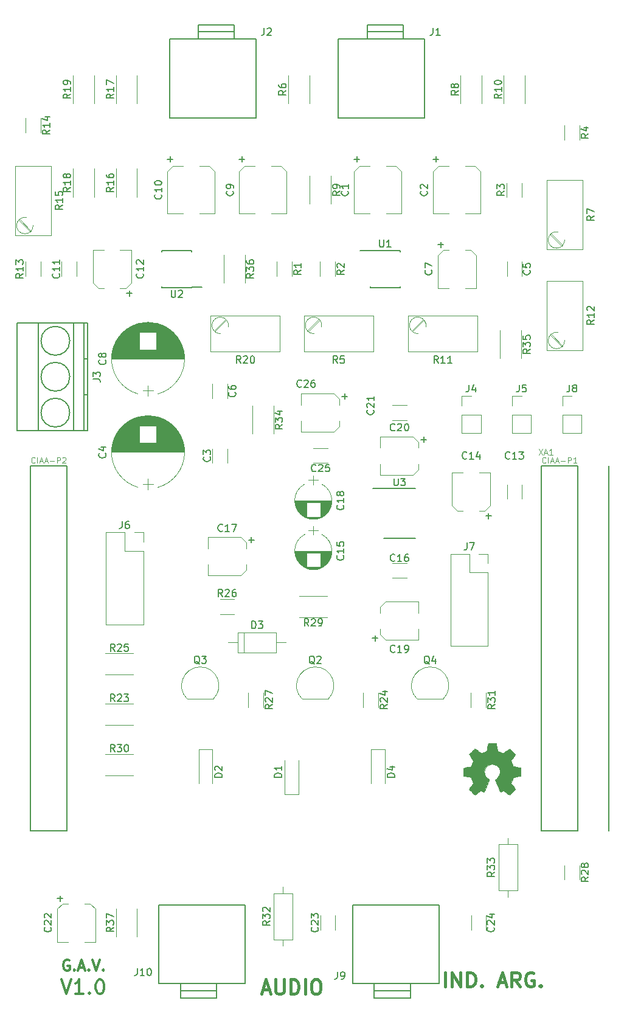
<source format=gbr>
G04 #@! TF.FileFunction,Legend,Top*
%FSLAX46Y46*%
G04 Gerber Fmt 4.6, Leading zero omitted, Abs format (unit mm)*
G04 Created by KiCad (PCBNEW 4.0.7-e2-6376~58~ubuntu16.04.1) date Tue Nov 13 23:08:23 2018*
%MOMM*%
%LPD*%
G01*
G04 APERTURE LIST*
%ADD10C,0.100000*%
%ADD11C,0.300000*%
%ADD12C,0.400000*%
%ADD13C,0.150000*%
%ADD14C,0.120000*%
%ADD15C,0.002540*%
G04 APERTURE END LIST*
D10*
D11*
X76035714Y-161250000D02*
X75892857Y-161178571D01*
X75678571Y-161178571D01*
X75464286Y-161250000D01*
X75321428Y-161392857D01*
X75250000Y-161535714D01*
X75178571Y-161821429D01*
X75178571Y-162035714D01*
X75250000Y-162321429D01*
X75321428Y-162464286D01*
X75464286Y-162607143D01*
X75678571Y-162678571D01*
X75821428Y-162678571D01*
X76035714Y-162607143D01*
X76107143Y-162535714D01*
X76107143Y-162035714D01*
X75821428Y-162035714D01*
X76750000Y-162535714D02*
X76821428Y-162607143D01*
X76750000Y-162678571D01*
X76678571Y-162607143D01*
X76750000Y-162535714D01*
X76750000Y-162678571D01*
X77392857Y-162250000D02*
X78107143Y-162250000D01*
X77250000Y-162678571D02*
X77750000Y-161178571D01*
X78250000Y-162678571D01*
X78750000Y-162535714D02*
X78821428Y-162607143D01*
X78750000Y-162678571D01*
X78678571Y-162607143D01*
X78750000Y-162535714D01*
X78750000Y-162678571D01*
X79250000Y-161178571D02*
X79750000Y-162678571D01*
X80250000Y-161178571D01*
X80750000Y-162535714D02*
X80821428Y-162607143D01*
X80750000Y-162678571D01*
X80678571Y-162607143D01*
X80750000Y-162535714D01*
X80750000Y-162678571D01*
X74952381Y-163904762D02*
X75619048Y-165904762D01*
X76285715Y-163904762D01*
X78000001Y-165904762D02*
X76857143Y-165904762D01*
X77428572Y-165904762D02*
X77428572Y-163904762D01*
X77238096Y-164190476D01*
X77047620Y-164380952D01*
X76857143Y-164476190D01*
X78857143Y-165714286D02*
X78952382Y-165809524D01*
X78857143Y-165904762D01*
X78761905Y-165809524D01*
X78857143Y-165714286D01*
X78857143Y-165904762D01*
X80190477Y-163904762D02*
X80380953Y-163904762D01*
X80571429Y-164000000D01*
X80666667Y-164095238D01*
X80761905Y-164285714D01*
X80857144Y-164666667D01*
X80857144Y-165142857D01*
X80761905Y-165523810D01*
X80666667Y-165714286D01*
X80571429Y-165809524D01*
X80380953Y-165904762D01*
X80190477Y-165904762D01*
X80000001Y-165809524D01*
X79904763Y-165714286D01*
X79809524Y-165523810D01*
X79714286Y-165142857D01*
X79714286Y-164666667D01*
X79809524Y-164285714D01*
X79904763Y-164095238D01*
X80000001Y-164000000D01*
X80190477Y-163904762D01*
D12*
X102952381Y-165333333D02*
X103904762Y-165333333D01*
X102761905Y-165904762D02*
X103428572Y-163904762D01*
X104095239Y-165904762D01*
X104761905Y-163904762D02*
X104761905Y-165523810D01*
X104857144Y-165714286D01*
X104952382Y-165809524D01*
X105142858Y-165904762D01*
X105523810Y-165904762D01*
X105714286Y-165809524D01*
X105809525Y-165714286D01*
X105904763Y-165523810D01*
X105904763Y-163904762D01*
X106857143Y-165904762D02*
X106857143Y-163904762D01*
X107333334Y-163904762D01*
X107619048Y-164000000D01*
X107809524Y-164190476D01*
X107904763Y-164380952D01*
X108000001Y-164761905D01*
X108000001Y-165047619D01*
X107904763Y-165428571D01*
X107809524Y-165619048D01*
X107619048Y-165809524D01*
X107333334Y-165904762D01*
X106857143Y-165904762D01*
X108857143Y-165904762D02*
X108857143Y-163904762D01*
X110190477Y-163904762D02*
X110571429Y-163904762D01*
X110761905Y-164000000D01*
X110952382Y-164190476D01*
X111047620Y-164571429D01*
X111047620Y-165238095D01*
X110952382Y-165619048D01*
X110761905Y-165809524D01*
X110571429Y-165904762D01*
X110190477Y-165904762D01*
X110000001Y-165809524D01*
X109809524Y-165619048D01*
X109714286Y-165238095D01*
X109714286Y-164571429D01*
X109809524Y-164190476D01*
X110000001Y-164000000D01*
X110190477Y-163904762D01*
X128380952Y-164904762D02*
X128380952Y-162904762D01*
X129333333Y-164904762D02*
X129333333Y-162904762D01*
X130476191Y-164904762D01*
X130476191Y-162904762D01*
X131428571Y-164904762D02*
X131428571Y-162904762D01*
X131904762Y-162904762D01*
X132190476Y-163000000D01*
X132380952Y-163190476D01*
X132476191Y-163380952D01*
X132571429Y-163761905D01*
X132571429Y-164047619D01*
X132476191Y-164428571D01*
X132380952Y-164619048D01*
X132190476Y-164809524D01*
X131904762Y-164904762D01*
X131428571Y-164904762D01*
X133428571Y-164714286D02*
X133523810Y-164809524D01*
X133428571Y-164904762D01*
X133333333Y-164809524D01*
X133428571Y-164714286D01*
X133428571Y-164904762D01*
X135809524Y-164333333D02*
X136761905Y-164333333D01*
X135619048Y-164904762D02*
X136285715Y-162904762D01*
X136952382Y-164904762D01*
X138761906Y-164904762D02*
X138095239Y-163952381D01*
X137619048Y-164904762D02*
X137619048Y-162904762D01*
X138380953Y-162904762D01*
X138571429Y-163000000D01*
X138666668Y-163095238D01*
X138761906Y-163285714D01*
X138761906Y-163571429D01*
X138666668Y-163761905D01*
X138571429Y-163857143D01*
X138380953Y-163952381D01*
X137619048Y-163952381D01*
X140666668Y-163000000D02*
X140476191Y-162904762D01*
X140190477Y-162904762D01*
X139904763Y-163000000D01*
X139714287Y-163190476D01*
X139619048Y-163380952D01*
X139523810Y-163761905D01*
X139523810Y-164047619D01*
X139619048Y-164428571D01*
X139714287Y-164619048D01*
X139904763Y-164809524D01*
X140190477Y-164904762D01*
X140380953Y-164904762D01*
X140666668Y-164809524D01*
X140761906Y-164714286D01*
X140761906Y-164047619D01*
X140380953Y-164047619D01*
X141619048Y-164714286D02*
X141714287Y-164809524D01*
X141619048Y-164904762D01*
X141523810Y-164809524D01*
X141619048Y-164714286D01*
X141619048Y-164904762D01*
D13*
X151129761Y-93671721D02*
X151129761Y-92401721D01*
X151129761Y-93671721D02*
X151129761Y-143201721D01*
X70611761Y-93671721D02*
X70611761Y-92401721D01*
X70611761Y-92401721D02*
X75691761Y-92401721D01*
X75691761Y-92401721D02*
X75691761Y-143201721D01*
X75691761Y-143201721D02*
X70611761Y-143201721D01*
X70611761Y-143201721D02*
X70611761Y-93671721D01*
X141731761Y-143201721D02*
X141731761Y-92401721D01*
X146811761Y-143201721D02*
X146811761Y-92401721D01*
X146811761Y-143201721D02*
X141731761Y-143201721D01*
X146811761Y-92401721D02*
X141731761Y-92401721D01*
X122500000Y-32000000D02*
X117500000Y-32000000D01*
X122500000Y-33000000D02*
X122500000Y-31000000D01*
X122500000Y-31000000D02*
X117500000Y-31000000D01*
X117500000Y-31000000D02*
X117500000Y-33000000D01*
X125500000Y-33000000D02*
X113500000Y-33000000D01*
X113500000Y-33000000D02*
X113500000Y-44000000D01*
X113500000Y-44000000D02*
X125500000Y-44000000D01*
X125500000Y-44000000D02*
X125500000Y-33000000D01*
D14*
X115700000Y-57300000D02*
X117880000Y-57300000D01*
X122300000Y-57300000D02*
X120120000Y-57300000D01*
X116460000Y-50700000D02*
X117880000Y-50700000D01*
X121540000Y-50700000D02*
X120120000Y-50700000D01*
X115700000Y-57300000D02*
X115700000Y-51460000D01*
X115700000Y-51460000D02*
X116460000Y-50700000D01*
X121540000Y-50700000D02*
X122300000Y-51460000D01*
X122300000Y-51460000D02*
X122300000Y-57300000D01*
X126700000Y-57300000D02*
X128880000Y-57300000D01*
X133300000Y-57300000D02*
X131120000Y-57300000D01*
X127460000Y-50700000D02*
X128880000Y-50700000D01*
X132540000Y-50700000D02*
X131120000Y-50700000D01*
X126700000Y-57300000D02*
X126700000Y-51460000D01*
X126700000Y-51460000D02*
X127460000Y-50700000D01*
X132540000Y-50700000D02*
X133300000Y-51460000D01*
X133300000Y-51460000D02*
X133300000Y-57300000D01*
X95980000Y-90000000D02*
X95980000Y-92000000D01*
X98020000Y-92000000D02*
X98020000Y-90000000D01*
X85616736Y-85601563D02*
G75*
G03X85620000Y-95399357I1383264J-4898437D01*
G01*
X88383264Y-85601563D02*
G75*
G02X88380000Y-95399357I-1383264J-4898437D01*
G01*
X88383264Y-85601563D02*
G75*
G03X85620000Y-85600643I-1383264J-4898437D01*
G01*
X81950000Y-90500000D02*
X92050000Y-90500000D01*
X81950000Y-90460000D02*
X92050000Y-90460000D01*
X81950000Y-90420000D02*
X92050000Y-90420000D01*
X81951000Y-90380000D02*
X92049000Y-90380000D01*
X81952000Y-90340000D02*
X92048000Y-90340000D01*
X81953000Y-90300000D02*
X92047000Y-90300000D01*
X81955000Y-90260000D02*
X92045000Y-90260000D01*
X81957000Y-90220000D02*
X92043000Y-90220000D01*
X81960000Y-90180000D02*
X92040000Y-90180000D01*
X81962000Y-90140000D02*
X92038000Y-90140000D01*
X81965000Y-90100000D02*
X92035000Y-90100000D01*
X81969000Y-90060000D02*
X92031000Y-90060000D01*
X81972000Y-90020000D02*
X92028000Y-90020000D01*
X81976000Y-89980000D02*
X92024000Y-89980000D01*
X81980000Y-89940000D02*
X92020000Y-89940000D01*
X81985000Y-89900000D02*
X92015000Y-89900000D01*
X81990000Y-89860000D02*
X92010000Y-89860000D01*
X81995000Y-89820000D02*
X92005000Y-89820000D01*
X82001000Y-89779000D02*
X91999000Y-89779000D01*
X82007000Y-89739000D02*
X91993000Y-89739000D01*
X82013000Y-89699000D02*
X91987000Y-89699000D01*
X82019000Y-89659000D02*
X91981000Y-89659000D01*
X82026000Y-89619000D02*
X91974000Y-89619000D01*
X82033000Y-89579000D02*
X91967000Y-89579000D01*
X82041000Y-89539000D02*
X91959000Y-89539000D01*
X82049000Y-89499000D02*
X91951000Y-89499000D01*
X82057000Y-89459000D02*
X91943000Y-89459000D01*
X82065000Y-89419000D02*
X91935000Y-89419000D01*
X82074000Y-89379000D02*
X91926000Y-89379000D01*
X82083000Y-89339000D02*
X91917000Y-89339000D01*
X82093000Y-89299000D02*
X91907000Y-89299000D01*
X82103000Y-89259000D02*
X91897000Y-89259000D01*
X82113000Y-89219000D02*
X91887000Y-89219000D01*
X82124000Y-89179000D02*
X85819000Y-89179000D01*
X88181000Y-89179000D02*
X91876000Y-89179000D01*
X82135000Y-89139000D02*
X85819000Y-89139000D01*
X88181000Y-89139000D02*
X91865000Y-89139000D01*
X82146000Y-89099000D02*
X85819000Y-89099000D01*
X88181000Y-89099000D02*
X91854000Y-89099000D01*
X82157000Y-89059000D02*
X85819000Y-89059000D01*
X88181000Y-89059000D02*
X91843000Y-89059000D01*
X82169000Y-89019000D02*
X85819000Y-89019000D01*
X88181000Y-89019000D02*
X91831000Y-89019000D01*
X82182000Y-88979000D02*
X85819000Y-88979000D01*
X88181000Y-88979000D02*
X91818000Y-88979000D01*
X82194000Y-88939000D02*
X85819000Y-88939000D01*
X88181000Y-88939000D02*
X91806000Y-88939000D01*
X82208000Y-88899000D02*
X85819000Y-88899000D01*
X88181000Y-88899000D02*
X91792000Y-88899000D01*
X82221000Y-88859000D02*
X85819000Y-88859000D01*
X88181000Y-88859000D02*
X91779000Y-88859000D01*
X82235000Y-88819000D02*
X85819000Y-88819000D01*
X88181000Y-88819000D02*
X91765000Y-88819000D01*
X82249000Y-88779000D02*
X85819000Y-88779000D01*
X88181000Y-88779000D02*
X91751000Y-88779000D01*
X82263000Y-88739000D02*
X85819000Y-88739000D01*
X88181000Y-88739000D02*
X91737000Y-88739000D01*
X82278000Y-88699000D02*
X85819000Y-88699000D01*
X88181000Y-88699000D02*
X91722000Y-88699000D01*
X82294000Y-88659000D02*
X85819000Y-88659000D01*
X88181000Y-88659000D02*
X91706000Y-88659000D01*
X82309000Y-88619000D02*
X85819000Y-88619000D01*
X88181000Y-88619000D02*
X91691000Y-88619000D01*
X82326000Y-88579000D02*
X85819000Y-88579000D01*
X88181000Y-88579000D02*
X91674000Y-88579000D01*
X82342000Y-88539000D02*
X85819000Y-88539000D01*
X88181000Y-88539000D02*
X91658000Y-88539000D01*
X82359000Y-88499000D02*
X85819000Y-88499000D01*
X88181000Y-88499000D02*
X91641000Y-88499000D01*
X82376000Y-88459000D02*
X85819000Y-88459000D01*
X88181000Y-88459000D02*
X91624000Y-88459000D01*
X82394000Y-88419000D02*
X85819000Y-88419000D01*
X88181000Y-88419000D02*
X91606000Y-88419000D01*
X82412000Y-88379000D02*
X85819000Y-88379000D01*
X88181000Y-88379000D02*
X91588000Y-88379000D01*
X82431000Y-88339000D02*
X85819000Y-88339000D01*
X88181000Y-88339000D02*
X91569000Y-88339000D01*
X82450000Y-88299000D02*
X85819000Y-88299000D01*
X88181000Y-88299000D02*
X91550000Y-88299000D01*
X82469000Y-88259000D02*
X85819000Y-88259000D01*
X88181000Y-88259000D02*
X91531000Y-88259000D01*
X82489000Y-88219000D02*
X85819000Y-88219000D01*
X88181000Y-88219000D02*
X91511000Y-88219000D01*
X82509000Y-88179000D02*
X85819000Y-88179000D01*
X88181000Y-88179000D02*
X91491000Y-88179000D01*
X82530000Y-88139000D02*
X85819000Y-88139000D01*
X88181000Y-88139000D02*
X91470000Y-88139000D01*
X82551000Y-88099000D02*
X85819000Y-88099000D01*
X88181000Y-88099000D02*
X91449000Y-88099000D01*
X82572000Y-88059000D02*
X85819000Y-88059000D01*
X88181000Y-88059000D02*
X91428000Y-88059000D01*
X82595000Y-88019000D02*
X85819000Y-88019000D01*
X88181000Y-88019000D02*
X91405000Y-88019000D01*
X82617000Y-87979000D02*
X85819000Y-87979000D01*
X88181000Y-87979000D02*
X91383000Y-87979000D01*
X82640000Y-87939000D02*
X85819000Y-87939000D01*
X88181000Y-87939000D02*
X91360000Y-87939000D01*
X82664000Y-87899000D02*
X85819000Y-87899000D01*
X88181000Y-87899000D02*
X91336000Y-87899000D01*
X82688000Y-87859000D02*
X85819000Y-87859000D01*
X88181000Y-87859000D02*
X91312000Y-87859000D01*
X82712000Y-87819000D02*
X85819000Y-87819000D01*
X88181000Y-87819000D02*
X91288000Y-87819000D01*
X82737000Y-87779000D02*
X85819000Y-87779000D01*
X88181000Y-87779000D02*
X91263000Y-87779000D01*
X82763000Y-87739000D02*
X85819000Y-87739000D01*
X88181000Y-87739000D02*
X91237000Y-87739000D01*
X82789000Y-87699000D02*
X85819000Y-87699000D01*
X88181000Y-87699000D02*
X91211000Y-87699000D01*
X82815000Y-87659000D02*
X85819000Y-87659000D01*
X88181000Y-87659000D02*
X91185000Y-87659000D01*
X82843000Y-87619000D02*
X85819000Y-87619000D01*
X88181000Y-87619000D02*
X91157000Y-87619000D01*
X82870000Y-87579000D02*
X85819000Y-87579000D01*
X88181000Y-87579000D02*
X91130000Y-87579000D01*
X82899000Y-87539000D02*
X85819000Y-87539000D01*
X88181000Y-87539000D02*
X91101000Y-87539000D01*
X82928000Y-87499000D02*
X85819000Y-87499000D01*
X88181000Y-87499000D02*
X91072000Y-87499000D01*
X82957000Y-87459000D02*
X85819000Y-87459000D01*
X88181000Y-87459000D02*
X91043000Y-87459000D01*
X82987000Y-87419000D02*
X85819000Y-87419000D01*
X88181000Y-87419000D02*
X91013000Y-87419000D01*
X83018000Y-87379000D02*
X85819000Y-87379000D01*
X88181000Y-87379000D02*
X90982000Y-87379000D01*
X83049000Y-87339000D02*
X85819000Y-87339000D01*
X88181000Y-87339000D02*
X90951000Y-87339000D01*
X83081000Y-87299000D02*
X85819000Y-87299000D01*
X88181000Y-87299000D02*
X90919000Y-87299000D01*
X83114000Y-87259000D02*
X85819000Y-87259000D01*
X88181000Y-87259000D02*
X90886000Y-87259000D01*
X83147000Y-87219000D02*
X85819000Y-87219000D01*
X88181000Y-87219000D02*
X90853000Y-87219000D01*
X83181000Y-87179000D02*
X85819000Y-87179000D01*
X88181000Y-87179000D02*
X90819000Y-87179000D01*
X83216000Y-87139000D02*
X85819000Y-87139000D01*
X88181000Y-87139000D02*
X90784000Y-87139000D01*
X83252000Y-87099000D02*
X85819000Y-87099000D01*
X88181000Y-87099000D02*
X90748000Y-87099000D01*
X83288000Y-87059000D02*
X85819000Y-87059000D01*
X88181000Y-87059000D02*
X90712000Y-87059000D01*
X83325000Y-87019000D02*
X85819000Y-87019000D01*
X88181000Y-87019000D02*
X90675000Y-87019000D01*
X83363000Y-86979000D02*
X85819000Y-86979000D01*
X88181000Y-86979000D02*
X90637000Y-86979000D01*
X83402000Y-86939000D02*
X85819000Y-86939000D01*
X88181000Y-86939000D02*
X90598000Y-86939000D01*
X83441000Y-86899000D02*
X85819000Y-86899000D01*
X88181000Y-86899000D02*
X90559000Y-86899000D01*
X83482000Y-86859000D02*
X85819000Y-86859000D01*
X88181000Y-86859000D02*
X90518000Y-86859000D01*
X83523000Y-86819000D02*
X90477000Y-86819000D01*
X83565000Y-86779000D02*
X90435000Y-86779000D01*
X83609000Y-86739000D02*
X90391000Y-86739000D01*
X83653000Y-86699000D02*
X90347000Y-86699000D01*
X83698000Y-86659000D02*
X90302000Y-86659000D01*
X83745000Y-86619000D02*
X90255000Y-86619000D01*
X83793000Y-86579000D02*
X90207000Y-86579000D01*
X83842000Y-86539000D02*
X90158000Y-86539000D01*
X83892000Y-86499000D02*
X90108000Y-86499000D01*
X83943000Y-86459000D02*
X90057000Y-86459000D01*
X83996000Y-86419000D02*
X90004000Y-86419000D01*
X84051000Y-86379000D02*
X89949000Y-86379000D01*
X84106000Y-86339000D02*
X89894000Y-86339000D01*
X84164000Y-86299000D02*
X89836000Y-86299000D01*
X84223000Y-86259000D02*
X89777000Y-86259000D01*
X84285000Y-86219000D02*
X89715000Y-86219000D01*
X84348000Y-86179000D02*
X89652000Y-86179000D01*
X84413000Y-86139000D02*
X89587000Y-86139000D01*
X84481000Y-86099000D02*
X89519000Y-86099000D01*
X84551000Y-86059000D02*
X89449000Y-86059000D01*
X84623000Y-86019000D02*
X89377000Y-86019000D01*
X84699000Y-85979000D02*
X89301000Y-85979000D01*
X84778000Y-85939000D02*
X89222000Y-85939000D01*
X84860000Y-85899000D02*
X89140000Y-85899000D01*
X84947000Y-85859000D02*
X89053000Y-85859000D01*
X85038000Y-85819000D02*
X88962000Y-85819000D01*
X85134000Y-85779000D02*
X88866000Y-85779000D01*
X85237000Y-85739000D02*
X88763000Y-85739000D01*
X85346000Y-85699000D02*
X88654000Y-85699000D01*
X85464000Y-85659000D02*
X88536000Y-85659000D01*
X85593000Y-85619000D02*
X88407000Y-85619000D01*
X85735000Y-85579000D02*
X88265000Y-85579000D01*
X85896000Y-85539000D02*
X88104000Y-85539000D01*
X86087000Y-85499000D02*
X87913000Y-85499000D01*
X86328000Y-85459000D02*
X87672000Y-85459000D01*
X86721000Y-85419000D02*
X87279000Y-85419000D01*
X87000000Y-95700000D02*
X87000000Y-94200000D01*
X86250000Y-94950000D02*
X87750000Y-94950000D01*
X139020000Y-66000000D02*
X139020000Y-64000000D01*
X136980000Y-64000000D02*
X136980000Y-66000000D01*
X98020000Y-83000000D02*
X98020000Y-81000000D01*
X95980000Y-81000000D02*
X95980000Y-83000000D01*
X132690000Y-67670000D02*
X131140000Y-67670000D01*
X127360000Y-67670000D02*
X128910000Y-67670000D01*
X128120000Y-62330000D02*
X128910000Y-62330000D01*
X131930000Y-62330000D02*
X131140000Y-62330000D01*
X132690000Y-67670000D02*
X132690000Y-63090000D01*
X132690000Y-63090000D02*
X131930000Y-62330000D01*
X128120000Y-62330000D02*
X127360000Y-63090000D01*
X127360000Y-63090000D02*
X127360000Y-67670000D01*
X85616736Y-72601563D02*
G75*
G03X85620000Y-82399357I1383264J-4898437D01*
G01*
X88383264Y-72601563D02*
G75*
G02X88380000Y-82399357I-1383264J-4898437D01*
G01*
X88383264Y-72601563D02*
G75*
G03X85620000Y-72600643I-1383264J-4898437D01*
G01*
X81950000Y-77500000D02*
X92050000Y-77500000D01*
X81950000Y-77460000D02*
X92050000Y-77460000D01*
X81950000Y-77420000D02*
X92050000Y-77420000D01*
X81951000Y-77380000D02*
X92049000Y-77380000D01*
X81952000Y-77340000D02*
X92048000Y-77340000D01*
X81953000Y-77300000D02*
X92047000Y-77300000D01*
X81955000Y-77260000D02*
X92045000Y-77260000D01*
X81957000Y-77220000D02*
X92043000Y-77220000D01*
X81960000Y-77180000D02*
X92040000Y-77180000D01*
X81962000Y-77140000D02*
X92038000Y-77140000D01*
X81965000Y-77100000D02*
X92035000Y-77100000D01*
X81969000Y-77060000D02*
X92031000Y-77060000D01*
X81972000Y-77020000D02*
X92028000Y-77020000D01*
X81976000Y-76980000D02*
X92024000Y-76980000D01*
X81980000Y-76940000D02*
X92020000Y-76940000D01*
X81985000Y-76900000D02*
X92015000Y-76900000D01*
X81990000Y-76860000D02*
X92010000Y-76860000D01*
X81995000Y-76820000D02*
X92005000Y-76820000D01*
X82001000Y-76779000D02*
X91999000Y-76779000D01*
X82007000Y-76739000D02*
X91993000Y-76739000D01*
X82013000Y-76699000D02*
X91987000Y-76699000D01*
X82019000Y-76659000D02*
X91981000Y-76659000D01*
X82026000Y-76619000D02*
X91974000Y-76619000D01*
X82033000Y-76579000D02*
X91967000Y-76579000D01*
X82041000Y-76539000D02*
X91959000Y-76539000D01*
X82049000Y-76499000D02*
X91951000Y-76499000D01*
X82057000Y-76459000D02*
X91943000Y-76459000D01*
X82065000Y-76419000D02*
X91935000Y-76419000D01*
X82074000Y-76379000D02*
X91926000Y-76379000D01*
X82083000Y-76339000D02*
X91917000Y-76339000D01*
X82093000Y-76299000D02*
X91907000Y-76299000D01*
X82103000Y-76259000D02*
X91897000Y-76259000D01*
X82113000Y-76219000D02*
X91887000Y-76219000D01*
X82124000Y-76179000D02*
X85819000Y-76179000D01*
X88181000Y-76179000D02*
X91876000Y-76179000D01*
X82135000Y-76139000D02*
X85819000Y-76139000D01*
X88181000Y-76139000D02*
X91865000Y-76139000D01*
X82146000Y-76099000D02*
X85819000Y-76099000D01*
X88181000Y-76099000D02*
X91854000Y-76099000D01*
X82157000Y-76059000D02*
X85819000Y-76059000D01*
X88181000Y-76059000D02*
X91843000Y-76059000D01*
X82169000Y-76019000D02*
X85819000Y-76019000D01*
X88181000Y-76019000D02*
X91831000Y-76019000D01*
X82182000Y-75979000D02*
X85819000Y-75979000D01*
X88181000Y-75979000D02*
X91818000Y-75979000D01*
X82194000Y-75939000D02*
X85819000Y-75939000D01*
X88181000Y-75939000D02*
X91806000Y-75939000D01*
X82208000Y-75899000D02*
X85819000Y-75899000D01*
X88181000Y-75899000D02*
X91792000Y-75899000D01*
X82221000Y-75859000D02*
X85819000Y-75859000D01*
X88181000Y-75859000D02*
X91779000Y-75859000D01*
X82235000Y-75819000D02*
X85819000Y-75819000D01*
X88181000Y-75819000D02*
X91765000Y-75819000D01*
X82249000Y-75779000D02*
X85819000Y-75779000D01*
X88181000Y-75779000D02*
X91751000Y-75779000D01*
X82263000Y-75739000D02*
X85819000Y-75739000D01*
X88181000Y-75739000D02*
X91737000Y-75739000D01*
X82278000Y-75699000D02*
X85819000Y-75699000D01*
X88181000Y-75699000D02*
X91722000Y-75699000D01*
X82294000Y-75659000D02*
X85819000Y-75659000D01*
X88181000Y-75659000D02*
X91706000Y-75659000D01*
X82309000Y-75619000D02*
X85819000Y-75619000D01*
X88181000Y-75619000D02*
X91691000Y-75619000D01*
X82326000Y-75579000D02*
X85819000Y-75579000D01*
X88181000Y-75579000D02*
X91674000Y-75579000D01*
X82342000Y-75539000D02*
X85819000Y-75539000D01*
X88181000Y-75539000D02*
X91658000Y-75539000D01*
X82359000Y-75499000D02*
X85819000Y-75499000D01*
X88181000Y-75499000D02*
X91641000Y-75499000D01*
X82376000Y-75459000D02*
X85819000Y-75459000D01*
X88181000Y-75459000D02*
X91624000Y-75459000D01*
X82394000Y-75419000D02*
X85819000Y-75419000D01*
X88181000Y-75419000D02*
X91606000Y-75419000D01*
X82412000Y-75379000D02*
X85819000Y-75379000D01*
X88181000Y-75379000D02*
X91588000Y-75379000D01*
X82431000Y-75339000D02*
X85819000Y-75339000D01*
X88181000Y-75339000D02*
X91569000Y-75339000D01*
X82450000Y-75299000D02*
X85819000Y-75299000D01*
X88181000Y-75299000D02*
X91550000Y-75299000D01*
X82469000Y-75259000D02*
X85819000Y-75259000D01*
X88181000Y-75259000D02*
X91531000Y-75259000D01*
X82489000Y-75219000D02*
X85819000Y-75219000D01*
X88181000Y-75219000D02*
X91511000Y-75219000D01*
X82509000Y-75179000D02*
X85819000Y-75179000D01*
X88181000Y-75179000D02*
X91491000Y-75179000D01*
X82530000Y-75139000D02*
X85819000Y-75139000D01*
X88181000Y-75139000D02*
X91470000Y-75139000D01*
X82551000Y-75099000D02*
X85819000Y-75099000D01*
X88181000Y-75099000D02*
X91449000Y-75099000D01*
X82572000Y-75059000D02*
X85819000Y-75059000D01*
X88181000Y-75059000D02*
X91428000Y-75059000D01*
X82595000Y-75019000D02*
X85819000Y-75019000D01*
X88181000Y-75019000D02*
X91405000Y-75019000D01*
X82617000Y-74979000D02*
X85819000Y-74979000D01*
X88181000Y-74979000D02*
X91383000Y-74979000D01*
X82640000Y-74939000D02*
X85819000Y-74939000D01*
X88181000Y-74939000D02*
X91360000Y-74939000D01*
X82664000Y-74899000D02*
X85819000Y-74899000D01*
X88181000Y-74899000D02*
X91336000Y-74899000D01*
X82688000Y-74859000D02*
X85819000Y-74859000D01*
X88181000Y-74859000D02*
X91312000Y-74859000D01*
X82712000Y-74819000D02*
X85819000Y-74819000D01*
X88181000Y-74819000D02*
X91288000Y-74819000D01*
X82737000Y-74779000D02*
X85819000Y-74779000D01*
X88181000Y-74779000D02*
X91263000Y-74779000D01*
X82763000Y-74739000D02*
X85819000Y-74739000D01*
X88181000Y-74739000D02*
X91237000Y-74739000D01*
X82789000Y-74699000D02*
X85819000Y-74699000D01*
X88181000Y-74699000D02*
X91211000Y-74699000D01*
X82815000Y-74659000D02*
X85819000Y-74659000D01*
X88181000Y-74659000D02*
X91185000Y-74659000D01*
X82843000Y-74619000D02*
X85819000Y-74619000D01*
X88181000Y-74619000D02*
X91157000Y-74619000D01*
X82870000Y-74579000D02*
X85819000Y-74579000D01*
X88181000Y-74579000D02*
X91130000Y-74579000D01*
X82899000Y-74539000D02*
X85819000Y-74539000D01*
X88181000Y-74539000D02*
X91101000Y-74539000D01*
X82928000Y-74499000D02*
X85819000Y-74499000D01*
X88181000Y-74499000D02*
X91072000Y-74499000D01*
X82957000Y-74459000D02*
X85819000Y-74459000D01*
X88181000Y-74459000D02*
X91043000Y-74459000D01*
X82987000Y-74419000D02*
X85819000Y-74419000D01*
X88181000Y-74419000D02*
X91013000Y-74419000D01*
X83018000Y-74379000D02*
X85819000Y-74379000D01*
X88181000Y-74379000D02*
X90982000Y-74379000D01*
X83049000Y-74339000D02*
X85819000Y-74339000D01*
X88181000Y-74339000D02*
X90951000Y-74339000D01*
X83081000Y-74299000D02*
X85819000Y-74299000D01*
X88181000Y-74299000D02*
X90919000Y-74299000D01*
X83114000Y-74259000D02*
X85819000Y-74259000D01*
X88181000Y-74259000D02*
X90886000Y-74259000D01*
X83147000Y-74219000D02*
X85819000Y-74219000D01*
X88181000Y-74219000D02*
X90853000Y-74219000D01*
X83181000Y-74179000D02*
X85819000Y-74179000D01*
X88181000Y-74179000D02*
X90819000Y-74179000D01*
X83216000Y-74139000D02*
X85819000Y-74139000D01*
X88181000Y-74139000D02*
X90784000Y-74139000D01*
X83252000Y-74099000D02*
X85819000Y-74099000D01*
X88181000Y-74099000D02*
X90748000Y-74099000D01*
X83288000Y-74059000D02*
X85819000Y-74059000D01*
X88181000Y-74059000D02*
X90712000Y-74059000D01*
X83325000Y-74019000D02*
X85819000Y-74019000D01*
X88181000Y-74019000D02*
X90675000Y-74019000D01*
X83363000Y-73979000D02*
X85819000Y-73979000D01*
X88181000Y-73979000D02*
X90637000Y-73979000D01*
X83402000Y-73939000D02*
X85819000Y-73939000D01*
X88181000Y-73939000D02*
X90598000Y-73939000D01*
X83441000Y-73899000D02*
X85819000Y-73899000D01*
X88181000Y-73899000D02*
X90559000Y-73899000D01*
X83482000Y-73859000D02*
X85819000Y-73859000D01*
X88181000Y-73859000D02*
X90518000Y-73859000D01*
X83523000Y-73819000D02*
X90477000Y-73819000D01*
X83565000Y-73779000D02*
X90435000Y-73779000D01*
X83609000Y-73739000D02*
X90391000Y-73739000D01*
X83653000Y-73699000D02*
X90347000Y-73699000D01*
X83698000Y-73659000D02*
X90302000Y-73659000D01*
X83745000Y-73619000D02*
X90255000Y-73619000D01*
X83793000Y-73579000D02*
X90207000Y-73579000D01*
X83842000Y-73539000D02*
X90158000Y-73539000D01*
X83892000Y-73499000D02*
X90108000Y-73499000D01*
X83943000Y-73459000D02*
X90057000Y-73459000D01*
X83996000Y-73419000D02*
X90004000Y-73419000D01*
X84051000Y-73379000D02*
X89949000Y-73379000D01*
X84106000Y-73339000D02*
X89894000Y-73339000D01*
X84164000Y-73299000D02*
X89836000Y-73299000D01*
X84223000Y-73259000D02*
X89777000Y-73259000D01*
X84285000Y-73219000D02*
X89715000Y-73219000D01*
X84348000Y-73179000D02*
X89652000Y-73179000D01*
X84413000Y-73139000D02*
X89587000Y-73139000D01*
X84481000Y-73099000D02*
X89519000Y-73099000D01*
X84551000Y-73059000D02*
X89449000Y-73059000D01*
X84623000Y-73019000D02*
X89377000Y-73019000D01*
X84699000Y-72979000D02*
X89301000Y-72979000D01*
X84778000Y-72939000D02*
X89222000Y-72939000D01*
X84860000Y-72899000D02*
X89140000Y-72899000D01*
X84947000Y-72859000D02*
X89053000Y-72859000D01*
X85038000Y-72819000D02*
X88962000Y-72819000D01*
X85134000Y-72779000D02*
X88866000Y-72779000D01*
X85237000Y-72739000D02*
X88763000Y-72739000D01*
X85346000Y-72699000D02*
X88654000Y-72699000D01*
X85464000Y-72659000D02*
X88536000Y-72659000D01*
X85593000Y-72619000D02*
X88407000Y-72619000D01*
X85735000Y-72579000D02*
X88265000Y-72579000D01*
X85896000Y-72539000D02*
X88104000Y-72539000D01*
X86087000Y-72499000D02*
X87913000Y-72499000D01*
X86328000Y-72459000D02*
X87672000Y-72459000D01*
X86721000Y-72419000D02*
X87279000Y-72419000D01*
X87000000Y-82700000D02*
X87000000Y-81200000D01*
X86250000Y-81950000D02*
X87750000Y-81950000D01*
X99700000Y-57300000D02*
X101880000Y-57300000D01*
X106300000Y-57300000D02*
X104120000Y-57300000D01*
X100460000Y-50700000D02*
X101880000Y-50700000D01*
X105540000Y-50700000D02*
X104120000Y-50700000D01*
X99700000Y-57300000D02*
X99700000Y-51460000D01*
X99700000Y-51460000D02*
X100460000Y-50700000D01*
X105540000Y-50700000D02*
X106300000Y-51460000D01*
X106300000Y-51460000D02*
X106300000Y-57300000D01*
X89700000Y-57300000D02*
X91880000Y-57300000D01*
X96300000Y-57300000D02*
X94120000Y-57300000D01*
X90460000Y-50700000D02*
X91880000Y-50700000D01*
X95540000Y-50700000D02*
X94120000Y-50700000D01*
X89700000Y-57300000D02*
X89700000Y-51460000D01*
X89700000Y-51460000D02*
X90460000Y-50700000D01*
X95540000Y-50700000D02*
X96300000Y-51460000D01*
X96300000Y-51460000D02*
X96300000Y-57300000D01*
X74980000Y-64000000D02*
X74980000Y-66000000D01*
X77020000Y-66000000D02*
X77020000Y-64000000D01*
X79310000Y-62330000D02*
X80860000Y-62330000D01*
X84640000Y-62330000D02*
X83090000Y-62330000D01*
X83880000Y-67670000D02*
X83090000Y-67670000D01*
X80070000Y-67670000D02*
X80860000Y-67670000D01*
X79310000Y-62330000D02*
X79310000Y-66910000D01*
X79310000Y-66910000D02*
X80070000Y-67670000D01*
X83880000Y-67670000D02*
X84640000Y-66910000D01*
X84640000Y-66910000D02*
X84640000Y-62330000D01*
X136980000Y-95000000D02*
X136980000Y-97000000D01*
X139020000Y-97000000D02*
X139020000Y-95000000D01*
X129310000Y-93330000D02*
X130860000Y-93330000D01*
X134640000Y-93330000D02*
X133090000Y-93330000D01*
X133880000Y-98670000D02*
X133090000Y-98670000D01*
X130070000Y-98670000D02*
X130860000Y-98670000D01*
X129310000Y-93330000D02*
X129310000Y-97910000D01*
X129310000Y-97910000D02*
X130070000Y-98670000D01*
X133880000Y-98670000D02*
X134640000Y-97910000D01*
X134640000Y-97910000D02*
X134640000Y-93330000D01*
X111179723Y-106555722D02*
G75*
G03X111180000Y-101944420I-1179723J2305722D01*
G01*
X108820277Y-106555722D02*
G75*
G02X108820000Y-101944420I1179723J2305722D01*
G01*
X108820277Y-106555722D02*
G75*
G03X111180000Y-106555580I1179723J2305722D01*
G01*
X112550000Y-104250000D02*
X107450000Y-104250000D01*
X112550000Y-104290000D02*
X107450000Y-104290000D01*
X112549000Y-104330000D02*
X107451000Y-104330000D01*
X112548000Y-104370000D02*
X107452000Y-104370000D01*
X112546000Y-104410000D02*
X107454000Y-104410000D01*
X112543000Y-104450000D02*
X107457000Y-104450000D01*
X112539000Y-104490000D02*
X107461000Y-104490000D01*
X112535000Y-104530000D02*
X110980000Y-104530000D01*
X109020000Y-104530000D02*
X107465000Y-104530000D01*
X112531000Y-104570000D02*
X110980000Y-104570000D01*
X109020000Y-104570000D02*
X107469000Y-104570000D01*
X112525000Y-104610000D02*
X110980000Y-104610000D01*
X109020000Y-104610000D02*
X107475000Y-104610000D01*
X112519000Y-104650000D02*
X110980000Y-104650000D01*
X109020000Y-104650000D02*
X107481000Y-104650000D01*
X112513000Y-104690000D02*
X110980000Y-104690000D01*
X109020000Y-104690000D02*
X107487000Y-104690000D01*
X112506000Y-104730000D02*
X110980000Y-104730000D01*
X109020000Y-104730000D02*
X107494000Y-104730000D01*
X112498000Y-104770000D02*
X110980000Y-104770000D01*
X109020000Y-104770000D02*
X107502000Y-104770000D01*
X112489000Y-104810000D02*
X110980000Y-104810000D01*
X109020000Y-104810000D02*
X107511000Y-104810000D01*
X112480000Y-104850000D02*
X110980000Y-104850000D01*
X109020000Y-104850000D02*
X107520000Y-104850000D01*
X112470000Y-104890000D02*
X110980000Y-104890000D01*
X109020000Y-104890000D02*
X107530000Y-104890000D01*
X112460000Y-104930000D02*
X110980000Y-104930000D01*
X109020000Y-104930000D02*
X107540000Y-104930000D01*
X112448000Y-104971000D02*
X110980000Y-104971000D01*
X109020000Y-104971000D02*
X107552000Y-104971000D01*
X112436000Y-105011000D02*
X110980000Y-105011000D01*
X109020000Y-105011000D02*
X107564000Y-105011000D01*
X112424000Y-105051000D02*
X110980000Y-105051000D01*
X109020000Y-105051000D02*
X107576000Y-105051000D01*
X112410000Y-105091000D02*
X110980000Y-105091000D01*
X109020000Y-105091000D02*
X107590000Y-105091000D01*
X112396000Y-105131000D02*
X110980000Y-105131000D01*
X109020000Y-105131000D02*
X107604000Y-105131000D01*
X112382000Y-105171000D02*
X110980000Y-105171000D01*
X109020000Y-105171000D02*
X107618000Y-105171000D01*
X112366000Y-105211000D02*
X110980000Y-105211000D01*
X109020000Y-105211000D02*
X107634000Y-105211000D01*
X112350000Y-105251000D02*
X110980000Y-105251000D01*
X109020000Y-105251000D02*
X107650000Y-105251000D01*
X112333000Y-105291000D02*
X110980000Y-105291000D01*
X109020000Y-105291000D02*
X107667000Y-105291000D01*
X112315000Y-105331000D02*
X110980000Y-105331000D01*
X109020000Y-105331000D02*
X107685000Y-105331000D01*
X112296000Y-105371000D02*
X110980000Y-105371000D01*
X109020000Y-105371000D02*
X107704000Y-105371000D01*
X112276000Y-105411000D02*
X110980000Y-105411000D01*
X109020000Y-105411000D02*
X107724000Y-105411000D01*
X112256000Y-105451000D02*
X110980000Y-105451000D01*
X109020000Y-105451000D02*
X107744000Y-105451000D01*
X112234000Y-105491000D02*
X110980000Y-105491000D01*
X109020000Y-105491000D02*
X107766000Y-105491000D01*
X112212000Y-105531000D02*
X110980000Y-105531000D01*
X109020000Y-105531000D02*
X107788000Y-105531000D01*
X112189000Y-105571000D02*
X110980000Y-105571000D01*
X109020000Y-105571000D02*
X107811000Y-105571000D01*
X112165000Y-105611000D02*
X110980000Y-105611000D01*
X109020000Y-105611000D02*
X107835000Y-105611000D01*
X112140000Y-105651000D02*
X110980000Y-105651000D01*
X109020000Y-105651000D02*
X107860000Y-105651000D01*
X112113000Y-105691000D02*
X110980000Y-105691000D01*
X109020000Y-105691000D02*
X107887000Y-105691000D01*
X112086000Y-105731000D02*
X110980000Y-105731000D01*
X109020000Y-105731000D02*
X107914000Y-105731000D01*
X112058000Y-105771000D02*
X110980000Y-105771000D01*
X109020000Y-105771000D02*
X107942000Y-105771000D01*
X112028000Y-105811000D02*
X110980000Y-105811000D01*
X109020000Y-105811000D02*
X107972000Y-105811000D01*
X111997000Y-105851000D02*
X110980000Y-105851000D01*
X109020000Y-105851000D02*
X108003000Y-105851000D01*
X111965000Y-105891000D02*
X110980000Y-105891000D01*
X109020000Y-105891000D02*
X108035000Y-105891000D01*
X111932000Y-105931000D02*
X110980000Y-105931000D01*
X109020000Y-105931000D02*
X108068000Y-105931000D01*
X111897000Y-105971000D02*
X110980000Y-105971000D01*
X109020000Y-105971000D02*
X108103000Y-105971000D01*
X111861000Y-106011000D02*
X110980000Y-106011000D01*
X109020000Y-106011000D02*
X108139000Y-106011000D01*
X111823000Y-106051000D02*
X110980000Y-106051000D01*
X109020000Y-106051000D02*
X108177000Y-106051000D01*
X111783000Y-106091000D02*
X110980000Y-106091000D01*
X109020000Y-106091000D02*
X108217000Y-106091000D01*
X111742000Y-106131000D02*
X110980000Y-106131000D01*
X109020000Y-106131000D02*
X108258000Y-106131000D01*
X111699000Y-106171000D02*
X110980000Y-106171000D01*
X109020000Y-106171000D02*
X108301000Y-106171000D01*
X111654000Y-106211000D02*
X110980000Y-106211000D01*
X109020000Y-106211000D02*
X108346000Y-106211000D01*
X111606000Y-106251000D02*
X110980000Y-106251000D01*
X109020000Y-106251000D02*
X108394000Y-106251000D01*
X111556000Y-106291000D02*
X110980000Y-106291000D01*
X109020000Y-106291000D02*
X108444000Y-106291000D01*
X111504000Y-106331000D02*
X110980000Y-106331000D01*
X109020000Y-106331000D02*
X108496000Y-106331000D01*
X111448000Y-106371000D02*
X110980000Y-106371000D01*
X109020000Y-106371000D02*
X108552000Y-106371000D01*
X111390000Y-106411000D02*
X110980000Y-106411000D01*
X109020000Y-106411000D02*
X108610000Y-106411000D01*
X111327000Y-106451000D02*
X110980000Y-106451000D01*
X109020000Y-106451000D02*
X108673000Y-106451000D01*
X111261000Y-106491000D02*
X108739000Y-106491000D01*
X111189000Y-106531000D02*
X108811000Y-106531000D01*
X111112000Y-106571000D02*
X108888000Y-106571000D01*
X111028000Y-106611000D02*
X108972000Y-106611000D01*
X110934000Y-106651000D02*
X109066000Y-106651000D01*
X110829000Y-106691000D02*
X109171000Y-106691000D01*
X110707000Y-106731000D02*
X109293000Y-106731000D01*
X110559000Y-106771000D02*
X109441000Y-106771000D01*
X110354000Y-106811000D02*
X109646000Y-106811000D01*
X110000000Y-100800000D02*
X110000000Y-102000000D01*
X110650000Y-101400000D02*
X109350000Y-101400000D01*
X123000000Y-105980000D02*
X121000000Y-105980000D01*
X121000000Y-108020000D02*
X123000000Y-108020000D01*
X95330000Y-107690000D02*
X95330000Y-106140000D01*
X95330000Y-102360000D02*
X95330000Y-103910000D01*
X100670000Y-103120000D02*
X100670000Y-103910000D01*
X100670000Y-106930000D02*
X100670000Y-106140000D01*
X95330000Y-107690000D02*
X99910000Y-107690000D01*
X99910000Y-107690000D02*
X100670000Y-106930000D01*
X100670000Y-103120000D02*
X99910000Y-102360000D01*
X99910000Y-102360000D02*
X95330000Y-102360000D01*
X111179723Y-99555722D02*
G75*
G03X111180000Y-94944420I-1179723J2305722D01*
G01*
X108820277Y-99555722D02*
G75*
G02X108820000Y-94944420I1179723J2305722D01*
G01*
X108820277Y-99555722D02*
G75*
G03X111180000Y-99555580I1179723J2305722D01*
G01*
X112550000Y-97250000D02*
X107450000Y-97250000D01*
X112550000Y-97290000D02*
X107450000Y-97290000D01*
X112549000Y-97330000D02*
X107451000Y-97330000D01*
X112548000Y-97370000D02*
X107452000Y-97370000D01*
X112546000Y-97410000D02*
X107454000Y-97410000D01*
X112543000Y-97450000D02*
X107457000Y-97450000D01*
X112539000Y-97490000D02*
X107461000Y-97490000D01*
X112535000Y-97530000D02*
X110980000Y-97530000D01*
X109020000Y-97530000D02*
X107465000Y-97530000D01*
X112531000Y-97570000D02*
X110980000Y-97570000D01*
X109020000Y-97570000D02*
X107469000Y-97570000D01*
X112525000Y-97610000D02*
X110980000Y-97610000D01*
X109020000Y-97610000D02*
X107475000Y-97610000D01*
X112519000Y-97650000D02*
X110980000Y-97650000D01*
X109020000Y-97650000D02*
X107481000Y-97650000D01*
X112513000Y-97690000D02*
X110980000Y-97690000D01*
X109020000Y-97690000D02*
X107487000Y-97690000D01*
X112506000Y-97730000D02*
X110980000Y-97730000D01*
X109020000Y-97730000D02*
X107494000Y-97730000D01*
X112498000Y-97770000D02*
X110980000Y-97770000D01*
X109020000Y-97770000D02*
X107502000Y-97770000D01*
X112489000Y-97810000D02*
X110980000Y-97810000D01*
X109020000Y-97810000D02*
X107511000Y-97810000D01*
X112480000Y-97850000D02*
X110980000Y-97850000D01*
X109020000Y-97850000D02*
X107520000Y-97850000D01*
X112470000Y-97890000D02*
X110980000Y-97890000D01*
X109020000Y-97890000D02*
X107530000Y-97890000D01*
X112460000Y-97930000D02*
X110980000Y-97930000D01*
X109020000Y-97930000D02*
X107540000Y-97930000D01*
X112448000Y-97971000D02*
X110980000Y-97971000D01*
X109020000Y-97971000D02*
X107552000Y-97971000D01*
X112436000Y-98011000D02*
X110980000Y-98011000D01*
X109020000Y-98011000D02*
X107564000Y-98011000D01*
X112424000Y-98051000D02*
X110980000Y-98051000D01*
X109020000Y-98051000D02*
X107576000Y-98051000D01*
X112410000Y-98091000D02*
X110980000Y-98091000D01*
X109020000Y-98091000D02*
X107590000Y-98091000D01*
X112396000Y-98131000D02*
X110980000Y-98131000D01*
X109020000Y-98131000D02*
X107604000Y-98131000D01*
X112382000Y-98171000D02*
X110980000Y-98171000D01*
X109020000Y-98171000D02*
X107618000Y-98171000D01*
X112366000Y-98211000D02*
X110980000Y-98211000D01*
X109020000Y-98211000D02*
X107634000Y-98211000D01*
X112350000Y-98251000D02*
X110980000Y-98251000D01*
X109020000Y-98251000D02*
X107650000Y-98251000D01*
X112333000Y-98291000D02*
X110980000Y-98291000D01*
X109020000Y-98291000D02*
X107667000Y-98291000D01*
X112315000Y-98331000D02*
X110980000Y-98331000D01*
X109020000Y-98331000D02*
X107685000Y-98331000D01*
X112296000Y-98371000D02*
X110980000Y-98371000D01*
X109020000Y-98371000D02*
X107704000Y-98371000D01*
X112276000Y-98411000D02*
X110980000Y-98411000D01*
X109020000Y-98411000D02*
X107724000Y-98411000D01*
X112256000Y-98451000D02*
X110980000Y-98451000D01*
X109020000Y-98451000D02*
X107744000Y-98451000D01*
X112234000Y-98491000D02*
X110980000Y-98491000D01*
X109020000Y-98491000D02*
X107766000Y-98491000D01*
X112212000Y-98531000D02*
X110980000Y-98531000D01*
X109020000Y-98531000D02*
X107788000Y-98531000D01*
X112189000Y-98571000D02*
X110980000Y-98571000D01*
X109020000Y-98571000D02*
X107811000Y-98571000D01*
X112165000Y-98611000D02*
X110980000Y-98611000D01*
X109020000Y-98611000D02*
X107835000Y-98611000D01*
X112140000Y-98651000D02*
X110980000Y-98651000D01*
X109020000Y-98651000D02*
X107860000Y-98651000D01*
X112113000Y-98691000D02*
X110980000Y-98691000D01*
X109020000Y-98691000D02*
X107887000Y-98691000D01*
X112086000Y-98731000D02*
X110980000Y-98731000D01*
X109020000Y-98731000D02*
X107914000Y-98731000D01*
X112058000Y-98771000D02*
X110980000Y-98771000D01*
X109020000Y-98771000D02*
X107942000Y-98771000D01*
X112028000Y-98811000D02*
X110980000Y-98811000D01*
X109020000Y-98811000D02*
X107972000Y-98811000D01*
X111997000Y-98851000D02*
X110980000Y-98851000D01*
X109020000Y-98851000D02*
X108003000Y-98851000D01*
X111965000Y-98891000D02*
X110980000Y-98891000D01*
X109020000Y-98891000D02*
X108035000Y-98891000D01*
X111932000Y-98931000D02*
X110980000Y-98931000D01*
X109020000Y-98931000D02*
X108068000Y-98931000D01*
X111897000Y-98971000D02*
X110980000Y-98971000D01*
X109020000Y-98971000D02*
X108103000Y-98971000D01*
X111861000Y-99011000D02*
X110980000Y-99011000D01*
X109020000Y-99011000D02*
X108139000Y-99011000D01*
X111823000Y-99051000D02*
X110980000Y-99051000D01*
X109020000Y-99051000D02*
X108177000Y-99051000D01*
X111783000Y-99091000D02*
X110980000Y-99091000D01*
X109020000Y-99091000D02*
X108217000Y-99091000D01*
X111742000Y-99131000D02*
X110980000Y-99131000D01*
X109020000Y-99131000D02*
X108258000Y-99131000D01*
X111699000Y-99171000D02*
X110980000Y-99171000D01*
X109020000Y-99171000D02*
X108301000Y-99171000D01*
X111654000Y-99211000D02*
X110980000Y-99211000D01*
X109020000Y-99211000D02*
X108346000Y-99211000D01*
X111606000Y-99251000D02*
X110980000Y-99251000D01*
X109020000Y-99251000D02*
X108394000Y-99251000D01*
X111556000Y-99291000D02*
X110980000Y-99291000D01*
X109020000Y-99291000D02*
X108444000Y-99291000D01*
X111504000Y-99331000D02*
X110980000Y-99331000D01*
X109020000Y-99331000D02*
X108496000Y-99331000D01*
X111448000Y-99371000D02*
X110980000Y-99371000D01*
X109020000Y-99371000D02*
X108552000Y-99371000D01*
X111390000Y-99411000D02*
X110980000Y-99411000D01*
X109020000Y-99411000D02*
X108610000Y-99411000D01*
X111327000Y-99451000D02*
X110980000Y-99451000D01*
X109020000Y-99451000D02*
X108673000Y-99451000D01*
X111261000Y-99491000D02*
X108739000Y-99491000D01*
X111189000Y-99531000D02*
X108811000Y-99531000D01*
X111112000Y-99571000D02*
X108888000Y-99571000D01*
X111028000Y-99611000D02*
X108972000Y-99611000D01*
X110934000Y-99651000D02*
X109066000Y-99651000D01*
X110829000Y-99691000D02*
X109171000Y-99691000D01*
X110707000Y-99731000D02*
X109293000Y-99731000D01*
X110559000Y-99771000D02*
X109441000Y-99771000D01*
X110354000Y-99811000D02*
X109646000Y-99811000D01*
X110000000Y-93800000D02*
X110000000Y-95000000D01*
X110650000Y-94400000D02*
X109350000Y-94400000D01*
X124670000Y-111310000D02*
X124670000Y-112860000D01*
X124670000Y-116640000D02*
X124670000Y-115090000D01*
X119330000Y-115880000D02*
X119330000Y-115090000D01*
X119330000Y-112070000D02*
X119330000Y-112860000D01*
X124670000Y-111310000D02*
X120090000Y-111310000D01*
X120090000Y-111310000D02*
X119330000Y-112070000D01*
X119330000Y-115880000D02*
X120090000Y-116640000D01*
X120090000Y-116640000D02*
X124670000Y-116640000D01*
X119330000Y-93690000D02*
X119330000Y-92140000D01*
X119330000Y-88360000D02*
X119330000Y-89910000D01*
X124670000Y-89120000D02*
X124670000Y-89910000D01*
X124670000Y-92930000D02*
X124670000Y-92140000D01*
X119330000Y-93690000D02*
X123910000Y-93690000D01*
X123910000Y-93690000D02*
X124670000Y-92930000D01*
X124670000Y-89120000D02*
X123910000Y-88360000D01*
X123910000Y-88360000D02*
X119330000Y-88360000D01*
X121000000Y-86020000D02*
X123000000Y-86020000D01*
X123000000Y-83980000D02*
X121000000Y-83980000D01*
X79690000Y-158670000D02*
X78140000Y-158670000D01*
X74360000Y-158670000D02*
X75910000Y-158670000D01*
X75120000Y-153330000D02*
X75910000Y-153330000D01*
X78930000Y-153330000D02*
X78140000Y-153330000D01*
X79690000Y-158670000D02*
X79690000Y-154090000D01*
X79690000Y-154090000D02*
X78930000Y-153330000D01*
X75120000Y-153330000D02*
X74360000Y-154090000D01*
X74360000Y-154090000D02*
X74360000Y-158670000D01*
X110980000Y-155000000D02*
X110980000Y-157000000D01*
X113020000Y-157000000D02*
X113020000Y-155000000D01*
X134020000Y-157000000D02*
X134020000Y-155000000D01*
X131980000Y-155000000D02*
X131980000Y-157000000D01*
X110000000Y-92020000D02*
X112000000Y-92020000D01*
X112000000Y-89980000D02*
X110000000Y-89980000D01*
X108330000Y-87690000D02*
X108330000Y-86140000D01*
X108330000Y-82360000D02*
X108330000Y-83910000D01*
X113670000Y-83120000D02*
X113670000Y-83910000D01*
X113670000Y-86930000D02*
X113670000Y-86140000D01*
X108330000Y-87690000D02*
X112910000Y-87690000D01*
X112910000Y-87690000D02*
X113670000Y-86930000D01*
X113670000Y-83120000D02*
X112910000Y-82360000D01*
X112910000Y-82360000D02*
X108330000Y-82360000D01*
X106050000Y-138100000D02*
X107950000Y-138100000D01*
X107950000Y-138100000D02*
X107950000Y-133400000D01*
X106050000Y-138100000D02*
X106050000Y-133400000D01*
X95950000Y-131900000D02*
X94050000Y-131900000D01*
X94050000Y-131900000D02*
X94050000Y-136600000D01*
X95950000Y-131900000D02*
X95950000Y-136600000D01*
X119950000Y-131900000D02*
X118050000Y-131900000D01*
X118050000Y-131900000D02*
X118050000Y-136600000D01*
X119950000Y-131900000D02*
X119950000Y-136600000D01*
X130670000Y-87870000D02*
X133330000Y-87870000D01*
X130670000Y-85270000D02*
X130670000Y-87870000D01*
X133330000Y-85270000D02*
X133330000Y-87870000D01*
X130670000Y-85270000D02*
X133330000Y-85270000D01*
X130670000Y-84000000D02*
X130670000Y-82670000D01*
X130670000Y-82670000D02*
X132000000Y-82670000D01*
X137670000Y-87870000D02*
X140330000Y-87870000D01*
X137670000Y-85270000D02*
X137670000Y-87870000D01*
X140330000Y-85270000D02*
X140330000Y-87870000D01*
X137670000Y-85270000D02*
X140330000Y-85270000D01*
X137670000Y-84000000D02*
X137670000Y-82670000D01*
X137670000Y-82670000D02*
X139000000Y-82670000D01*
X86330000Y-104270000D02*
X86330000Y-114490000D01*
X86330000Y-114490000D02*
X81130000Y-114490000D01*
X81130000Y-114490000D02*
X81130000Y-101670000D01*
X81130000Y-101670000D02*
X83730000Y-101670000D01*
X83730000Y-101670000D02*
X83730000Y-104270000D01*
X83730000Y-104270000D02*
X86330000Y-104270000D01*
X86330000Y-103000000D02*
X86330000Y-101670000D01*
X86330000Y-101670000D02*
X85060000Y-101670000D01*
X134330000Y-107270000D02*
X134330000Y-117490000D01*
X134330000Y-117490000D02*
X129130000Y-117490000D01*
X129130000Y-117490000D02*
X129130000Y-104670000D01*
X129130000Y-104670000D02*
X131730000Y-104670000D01*
X131730000Y-104670000D02*
X131730000Y-107270000D01*
X131730000Y-107270000D02*
X134330000Y-107270000D01*
X134330000Y-106000000D02*
X134330000Y-104670000D01*
X134330000Y-104670000D02*
X133060000Y-104670000D01*
X144670000Y-87870000D02*
X147330000Y-87870000D01*
X144670000Y-85270000D02*
X144670000Y-87870000D01*
X147330000Y-85270000D02*
X147330000Y-87870000D01*
X144670000Y-85270000D02*
X147330000Y-85270000D01*
X144670000Y-84000000D02*
X144670000Y-82670000D01*
X144670000Y-82670000D02*
X146000000Y-82670000D01*
X108470000Y-124850000D02*
X112070000Y-124850000D01*
X108431522Y-124838478D02*
G75*
G02X110270000Y-120400000I1838478J1838478D01*
G01*
X112108478Y-124838478D02*
G75*
G03X110270000Y-120400000I-1838478J1838478D01*
G01*
X92470000Y-124850000D02*
X96070000Y-124850000D01*
X92431522Y-124838478D02*
G75*
G02X94270000Y-120400000I1838478J1838478D01*
G01*
X96108478Y-124838478D02*
G75*
G03X94270000Y-120400000I-1838478J1838478D01*
G01*
X124470000Y-124850000D02*
X128070000Y-124850000D01*
X124431522Y-124838478D02*
G75*
G02X126270000Y-120400000I1838478J1838478D01*
G01*
X128108478Y-124838478D02*
G75*
G03X126270000Y-120400000I-1838478J1838478D01*
G01*
X104930000Y-66000000D02*
X104930000Y-64000000D01*
X107070000Y-64000000D02*
X107070000Y-66000000D01*
X110930000Y-66000000D02*
X110930000Y-64000000D01*
X113070000Y-64000000D02*
X113070000Y-66000000D01*
X139070000Y-53000000D02*
X139070000Y-55000000D01*
X136930000Y-55000000D02*
X136930000Y-53000000D01*
X144930000Y-47000000D02*
X144930000Y-45000000D01*
X147070000Y-45000000D02*
X147070000Y-47000000D01*
X109480000Y-38050000D02*
X109480000Y-41950000D01*
X106520000Y-41950000D02*
X106520000Y-38050000D01*
X133480000Y-38050000D02*
X133480000Y-41950000D01*
X130520000Y-41950000D02*
X130520000Y-38050000D01*
X109520000Y-55950000D02*
X109520000Y-52050000D01*
X112480000Y-52050000D02*
X112480000Y-55950000D01*
X139480000Y-38050000D02*
X139480000Y-41950000D01*
X136520000Y-41950000D02*
X136520000Y-38050000D01*
X124585309Y-74004296D02*
G75*
G02X124545000Y-71695000I-40309J1154296D01*
G01*
X124524879Y-71695948D02*
G75*
G02X125674000Y-73090000I20121J-1154052D01*
G01*
X132865000Y-76470000D02*
X123215000Y-76470000D01*
X132865000Y-71519000D02*
X123215000Y-71519000D01*
X132865000Y-76470000D02*
X132865000Y-71519000D01*
X123215000Y-76470000D02*
X123215000Y-71519000D01*
X123669000Y-73584000D02*
X125280000Y-71974000D01*
X123809000Y-73725000D02*
X125421000Y-72115000D01*
X145004296Y-74914691D02*
G75*
G02X142695000Y-74955000I-1154296J-40309D01*
G01*
X142695948Y-74975121D02*
G75*
G02X144090000Y-73826000I1154052J20121D01*
G01*
X147470000Y-66635000D02*
X147470000Y-76285000D01*
X142519000Y-66635000D02*
X142519000Y-76285000D01*
X147470000Y-66635000D02*
X142519000Y-66635000D01*
X147470000Y-76285000D02*
X142519000Y-76285000D01*
X144584000Y-75831000D02*
X142974000Y-74220000D01*
X144725000Y-75691000D02*
X143115000Y-74079000D01*
X72070000Y-64000000D02*
X72070000Y-66000000D01*
X69930000Y-66000000D02*
X69930000Y-64000000D01*
X69930000Y-46000000D02*
X69930000Y-44000000D01*
X72070000Y-44000000D02*
X72070000Y-46000000D01*
X97085309Y-74004296D02*
G75*
G02X97045000Y-71695000I-40309J1154296D01*
G01*
X97024879Y-71695948D02*
G75*
G02X98174000Y-73090000I20121J-1154052D01*
G01*
X105365000Y-76470000D02*
X95715000Y-76470000D01*
X105365000Y-71519000D02*
X95715000Y-71519000D01*
X105365000Y-76470000D02*
X105365000Y-71519000D01*
X95715000Y-76470000D02*
X95715000Y-71519000D01*
X96169000Y-73584000D02*
X97780000Y-71974000D01*
X96309000Y-73725000D02*
X97921000Y-72115000D01*
X116930000Y-126000000D02*
X116930000Y-124000000D01*
X119070000Y-124000000D02*
X119070000Y-126000000D01*
X99000000Y-113070000D02*
X97000000Y-113070000D01*
X97000000Y-110930000D02*
X99000000Y-110930000D01*
X100930000Y-126000000D02*
X100930000Y-124000000D01*
X103070000Y-124000000D02*
X103070000Y-126000000D01*
X144930000Y-150000000D02*
X144930000Y-148000000D01*
X147070000Y-148000000D02*
X147070000Y-150000000D01*
X131930000Y-126000000D02*
X131930000Y-124000000D01*
X134070000Y-124000000D02*
X134070000Y-126000000D01*
D13*
X117925000Y-62425000D02*
X117925000Y-62475000D01*
X122075000Y-62425000D02*
X122075000Y-62570000D01*
X122075000Y-67575000D02*
X122075000Y-67430000D01*
X117925000Y-67575000D02*
X117925000Y-67430000D01*
X117925000Y-62425000D02*
X122075000Y-62425000D01*
X117925000Y-67575000D02*
X122075000Y-67575000D01*
X117925000Y-62475000D02*
X116525000Y-62475000D01*
X93075000Y-67575000D02*
X93075000Y-67525000D01*
X88925000Y-67575000D02*
X88925000Y-67430000D01*
X88925000Y-62425000D02*
X88925000Y-62570000D01*
X93075000Y-62425000D02*
X93075000Y-62570000D01*
X93075000Y-67575000D02*
X88925000Y-67575000D01*
X93075000Y-62425000D02*
X88925000Y-62425000D01*
X93075000Y-67525000D02*
X94475000Y-67525000D01*
X119775000Y-102450000D02*
X124225000Y-102450000D01*
X118250000Y-95550000D02*
X124225000Y-95550000D01*
D14*
X110085309Y-74004296D02*
G75*
G02X110045000Y-71695000I-40309J1154296D01*
G01*
X110024879Y-71695948D02*
G75*
G02X111174000Y-73090000I20121J-1154052D01*
G01*
X118365000Y-76470000D02*
X108715000Y-76470000D01*
X118365000Y-71519000D02*
X108715000Y-71519000D01*
X118365000Y-76470000D02*
X118365000Y-71519000D01*
X108715000Y-76470000D02*
X108715000Y-71519000D01*
X109169000Y-73584000D02*
X110780000Y-71974000D01*
X109309000Y-73725000D02*
X110921000Y-72115000D01*
X145004296Y-60914691D02*
G75*
G02X142695000Y-60955000I-1154296J-40309D01*
G01*
X142695948Y-60975121D02*
G75*
G02X144090000Y-59826000I1154052J20121D01*
G01*
X147470000Y-52635000D02*
X147470000Y-62285000D01*
X142519000Y-52635000D02*
X142519000Y-62285000D01*
X147470000Y-52635000D02*
X142519000Y-52635000D01*
X147470000Y-62285000D02*
X142519000Y-62285000D01*
X144584000Y-61831000D02*
X142974000Y-60220000D01*
X144725000Y-61691000D02*
X143115000Y-60079000D01*
X71004296Y-58914691D02*
G75*
G02X68695000Y-58955000I-1154296J-40309D01*
G01*
X68695948Y-58975121D02*
G75*
G02X70090000Y-57826000I1154052J20121D01*
G01*
X73470000Y-50635000D02*
X73470000Y-60285000D01*
X68519000Y-50635000D02*
X68519000Y-60285000D01*
X73470000Y-50635000D02*
X68519000Y-50635000D01*
X73470000Y-60285000D02*
X68519000Y-60285000D01*
X70584000Y-59831000D02*
X68974000Y-58220000D01*
X70725000Y-59691000D02*
X69115000Y-58079000D01*
D13*
X78100000Y-77500000D02*
X78600000Y-77500000D01*
X78100000Y-82500000D02*
X78600000Y-82500000D01*
X76600000Y-87500000D02*
X76600000Y-72500000D01*
X71700000Y-87500000D02*
X71700000Y-72500000D01*
X78100000Y-87500000D02*
X78100000Y-72500000D01*
X78600000Y-87500000D02*
X78600000Y-72500000D01*
X78600000Y-72500000D02*
X68800000Y-72500000D01*
X68800000Y-72500000D02*
X68800000Y-87500000D01*
X68800000Y-87500000D02*
X78600000Y-87500000D01*
X76100000Y-75000000D02*
G75*
G03X76100000Y-75000000I-2000000J0D01*
G01*
X76100000Y-80000000D02*
G75*
G03X76100000Y-80000000I-2000000J0D01*
G01*
X76100000Y-85000000D02*
G75*
G03X76100000Y-85000000I-2000000J0D01*
G01*
D14*
X85480000Y-51050000D02*
X85480000Y-54950000D01*
X82520000Y-54950000D02*
X82520000Y-51050000D01*
X85480000Y-38050000D02*
X85480000Y-41950000D01*
X82520000Y-41950000D02*
X82520000Y-38050000D01*
X79480000Y-51050000D02*
X79480000Y-54950000D01*
X76520000Y-54950000D02*
X76520000Y-51050000D01*
X79480000Y-38050000D02*
X79480000Y-41950000D01*
X76520000Y-41950000D02*
X76520000Y-38050000D01*
X84950000Y-128480000D02*
X81050000Y-128480000D01*
X81050000Y-125520000D02*
X84950000Y-125520000D01*
X84950000Y-121480000D02*
X81050000Y-121480000D01*
X81050000Y-118520000D02*
X84950000Y-118520000D01*
X108050000Y-110520000D02*
X111950000Y-110520000D01*
X111950000Y-113480000D02*
X108050000Y-113480000D01*
X84950000Y-135480000D02*
X81050000Y-135480000D01*
X81050000Y-132520000D02*
X84950000Y-132520000D01*
X101520000Y-87950000D02*
X101520000Y-84050000D01*
X104480000Y-84050000D02*
X104480000Y-87950000D01*
X136020000Y-77450000D02*
X136020000Y-73550000D01*
X138980000Y-73550000D02*
X138980000Y-77450000D01*
X97520000Y-66950000D02*
X97520000Y-63050000D01*
X100480000Y-63050000D02*
X100480000Y-66950000D01*
X85480000Y-154050000D02*
X85480000Y-157950000D01*
X82520000Y-157950000D02*
X82520000Y-154050000D01*
D15*
G36*
X132476840Y-138191560D02*
X132517480Y-138171240D01*
X132611460Y-138112820D01*
X132746080Y-138023920D01*
X132903560Y-137919780D01*
X133061040Y-137810560D01*
X133190580Y-137724200D01*
X133282020Y-137665780D01*
X133320120Y-137645460D01*
X133340440Y-137650540D01*
X133416640Y-137688640D01*
X133525860Y-137744520D01*
X133589360Y-137777540D01*
X133688420Y-137820720D01*
X133739220Y-137830880D01*
X133746840Y-137815640D01*
X133784940Y-137739440D01*
X133840820Y-137607360D01*
X133917020Y-137434640D01*
X134003380Y-137231440D01*
X134097360Y-137013000D01*
X134188800Y-136789480D01*
X134277700Y-136576120D01*
X134356440Y-136385620D01*
X134419940Y-136230680D01*
X134460580Y-136121460D01*
X134475820Y-136075740D01*
X134470740Y-136065580D01*
X134419940Y-136017320D01*
X134333580Y-135951280D01*
X134143080Y-135796340D01*
X133957660Y-135562660D01*
X133843360Y-135298500D01*
X133805260Y-135003860D01*
X133838280Y-134732080D01*
X133944960Y-134470460D01*
X134127840Y-134234240D01*
X134348820Y-134058980D01*
X134607900Y-133947220D01*
X134900000Y-133911660D01*
X135179400Y-133942140D01*
X135446100Y-134048820D01*
X135682320Y-134229160D01*
X135781380Y-134343460D01*
X135918540Y-134582220D01*
X135997280Y-134838760D01*
X136004900Y-134902260D01*
X135994740Y-135184200D01*
X135910920Y-135453440D01*
X135763600Y-135694740D01*
X135557860Y-135890320D01*
X135529920Y-135910640D01*
X135435940Y-135981760D01*
X135372440Y-136030020D01*
X135321640Y-136070660D01*
X135679780Y-136931720D01*
X135735660Y-137068880D01*
X135834720Y-137305100D01*
X135921080Y-137508300D01*
X135989660Y-137668320D01*
X136037920Y-137777540D01*
X136058240Y-137820720D01*
X136060780Y-137823260D01*
X136091260Y-137828340D01*
X136157300Y-137802940D01*
X136276680Y-137744520D01*
X136357960Y-137703880D01*
X136449400Y-137660700D01*
X136490040Y-137645460D01*
X136525600Y-137663240D01*
X136611960Y-137721660D01*
X136741500Y-137805480D01*
X136893900Y-137909620D01*
X137041220Y-138011220D01*
X137175840Y-138100120D01*
X137274900Y-138161080D01*
X137323160Y-138189020D01*
X137330780Y-138189020D01*
X137371420Y-138163620D01*
X137450160Y-138100120D01*
X137567000Y-137988360D01*
X137732100Y-137825800D01*
X137757500Y-137800400D01*
X137894660Y-137660700D01*
X138006420Y-137543860D01*
X138080080Y-137462580D01*
X138105480Y-137424480D01*
X138105480Y-137424480D01*
X138082620Y-137376220D01*
X138019120Y-137279700D01*
X137930220Y-137142540D01*
X137821000Y-136982520D01*
X137536520Y-136568500D01*
X137694000Y-136177340D01*
X137742260Y-136057960D01*
X137803220Y-135913180D01*
X137846400Y-135809040D01*
X137871800Y-135763320D01*
X137912440Y-135748080D01*
X138021660Y-135722680D01*
X138176600Y-135689660D01*
X138359480Y-135656640D01*
X138537280Y-135623620D01*
X138697300Y-135593140D01*
X138811600Y-135570280D01*
X138862400Y-135560120D01*
X138875100Y-135552500D01*
X138885260Y-135527100D01*
X138892880Y-135473760D01*
X138895420Y-135377240D01*
X138897960Y-135224840D01*
X138897960Y-135003860D01*
X138897960Y-134981000D01*
X138895420Y-134770180D01*
X138892880Y-134602540D01*
X138887800Y-134493320D01*
X138880180Y-134450140D01*
X138880180Y-134450140D01*
X138829380Y-134437440D01*
X138717620Y-134414580D01*
X138557600Y-134381560D01*
X138367100Y-134346000D01*
X138356940Y-134343460D01*
X138166440Y-134307900D01*
X138008960Y-134274880D01*
X137897200Y-134249480D01*
X137851480Y-134234240D01*
X137841320Y-134221540D01*
X137803220Y-134147880D01*
X137747340Y-134031040D01*
X137686380Y-133886260D01*
X137622880Y-133738940D01*
X137569540Y-133604320D01*
X137533980Y-133505260D01*
X137523820Y-133459540D01*
X137523820Y-133459540D01*
X137551760Y-133413820D01*
X137617800Y-133314760D01*
X137709240Y-133180140D01*
X137821000Y-133017580D01*
X137828620Y-133004880D01*
X137937840Y-132844860D01*
X138026740Y-132710240D01*
X138085160Y-132613720D01*
X138105480Y-132570540D01*
X138105480Y-132568000D01*
X138069920Y-132519740D01*
X137988640Y-132430840D01*
X137871800Y-132308920D01*
X137732100Y-132166680D01*
X137686380Y-132123500D01*
X137531440Y-131971100D01*
X137424760Y-131872040D01*
X137356180Y-131818700D01*
X137323160Y-131806000D01*
X137323160Y-131808540D01*
X137274900Y-131836480D01*
X137173300Y-131902520D01*
X137036140Y-131996500D01*
X136873580Y-132105720D01*
X136863420Y-132113340D01*
X136703400Y-132222560D01*
X136571320Y-132311460D01*
X136474800Y-132374960D01*
X136434160Y-132400360D01*
X136426540Y-132400360D01*
X136363040Y-132380040D01*
X136248740Y-132341940D01*
X136109040Y-132286060D01*
X135961720Y-132227640D01*
X135827100Y-132171760D01*
X135725500Y-132123500D01*
X135677240Y-132098100D01*
X135677240Y-132095560D01*
X135659460Y-132037140D01*
X135631520Y-131917760D01*
X135598500Y-131752660D01*
X135560400Y-131557080D01*
X135555320Y-131526600D01*
X135519760Y-131336100D01*
X135489280Y-131178620D01*
X135466420Y-131069400D01*
X135453720Y-131023680D01*
X135428320Y-131018600D01*
X135334340Y-131010980D01*
X135192100Y-131008440D01*
X135019380Y-131005900D01*
X134839040Y-131008440D01*
X134663780Y-131010980D01*
X134511380Y-131016060D01*
X134404700Y-131023680D01*
X134358980Y-131033840D01*
X134356440Y-131036380D01*
X134341200Y-131094800D01*
X134315800Y-131214180D01*
X134280240Y-131379280D01*
X134242140Y-131577400D01*
X134237060Y-131610420D01*
X134201500Y-131800920D01*
X134168480Y-131955860D01*
X134145620Y-132065080D01*
X134132920Y-132105720D01*
X134117680Y-132115880D01*
X134038940Y-132148900D01*
X133911940Y-132202240D01*
X133751920Y-132265740D01*
X133386160Y-132415600D01*
X132939120Y-132105720D01*
X132895940Y-132077780D01*
X132735920Y-131968560D01*
X132601300Y-131879660D01*
X132509860Y-131821240D01*
X132471760Y-131798380D01*
X132469220Y-131800920D01*
X132423500Y-131839020D01*
X132334600Y-131922840D01*
X132212680Y-132042220D01*
X132072980Y-132181920D01*
X131968840Y-132286060D01*
X131844380Y-132413060D01*
X131765640Y-132496880D01*
X131722460Y-132552760D01*
X131707220Y-132585780D01*
X131712300Y-132606100D01*
X131740240Y-132651820D01*
X131806280Y-132750880D01*
X131897720Y-132888040D01*
X132006940Y-133045520D01*
X132098380Y-133180140D01*
X132194900Y-133330000D01*
X132258400Y-133436680D01*
X132281260Y-133490020D01*
X132276180Y-133512880D01*
X132243160Y-133599240D01*
X132189820Y-133733860D01*
X132123780Y-133891340D01*
X131966300Y-134246940D01*
X131732620Y-134290120D01*
X131592920Y-134318060D01*
X131394800Y-134356160D01*
X131206840Y-134391720D01*
X130912200Y-134450140D01*
X130902040Y-135532180D01*
X130947760Y-135552500D01*
X130990940Y-135565200D01*
X131100160Y-135588060D01*
X131255100Y-135618540D01*
X131440520Y-135654100D01*
X131595460Y-135684580D01*
X131755480Y-135712520D01*
X131867240Y-135735380D01*
X131918040Y-135745540D01*
X131930740Y-135763320D01*
X131971380Y-135839520D01*
X132027260Y-135961440D01*
X132088220Y-136108760D01*
X132151720Y-136258620D01*
X132207600Y-136398320D01*
X132248240Y-136505000D01*
X132260940Y-136560880D01*
X132240620Y-136604060D01*
X132179660Y-136695500D01*
X132093300Y-136827580D01*
X131986620Y-136985060D01*
X131877400Y-137142540D01*
X131788500Y-137277160D01*
X131725000Y-137373680D01*
X131699600Y-137416860D01*
X131712300Y-137447340D01*
X131773260Y-137523540D01*
X131892640Y-137645460D01*
X132067900Y-137820720D01*
X132098380Y-137848660D01*
X132238080Y-137983280D01*
X132357460Y-138092500D01*
X132438740Y-138166160D01*
X132476840Y-138191560D01*
X132476840Y-138191560D01*
G37*
X132476840Y-138191560D02*
X132517480Y-138171240D01*
X132611460Y-138112820D01*
X132746080Y-138023920D01*
X132903560Y-137919780D01*
X133061040Y-137810560D01*
X133190580Y-137724200D01*
X133282020Y-137665780D01*
X133320120Y-137645460D01*
X133340440Y-137650540D01*
X133416640Y-137688640D01*
X133525860Y-137744520D01*
X133589360Y-137777540D01*
X133688420Y-137820720D01*
X133739220Y-137830880D01*
X133746840Y-137815640D01*
X133784940Y-137739440D01*
X133840820Y-137607360D01*
X133917020Y-137434640D01*
X134003380Y-137231440D01*
X134097360Y-137013000D01*
X134188800Y-136789480D01*
X134277700Y-136576120D01*
X134356440Y-136385620D01*
X134419940Y-136230680D01*
X134460580Y-136121460D01*
X134475820Y-136075740D01*
X134470740Y-136065580D01*
X134419940Y-136017320D01*
X134333580Y-135951280D01*
X134143080Y-135796340D01*
X133957660Y-135562660D01*
X133843360Y-135298500D01*
X133805260Y-135003860D01*
X133838280Y-134732080D01*
X133944960Y-134470460D01*
X134127840Y-134234240D01*
X134348820Y-134058980D01*
X134607900Y-133947220D01*
X134900000Y-133911660D01*
X135179400Y-133942140D01*
X135446100Y-134048820D01*
X135682320Y-134229160D01*
X135781380Y-134343460D01*
X135918540Y-134582220D01*
X135997280Y-134838760D01*
X136004900Y-134902260D01*
X135994740Y-135184200D01*
X135910920Y-135453440D01*
X135763600Y-135694740D01*
X135557860Y-135890320D01*
X135529920Y-135910640D01*
X135435940Y-135981760D01*
X135372440Y-136030020D01*
X135321640Y-136070660D01*
X135679780Y-136931720D01*
X135735660Y-137068880D01*
X135834720Y-137305100D01*
X135921080Y-137508300D01*
X135989660Y-137668320D01*
X136037920Y-137777540D01*
X136058240Y-137820720D01*
X136060780Y-137823260D01*
X136091260Y-137828340D01*
X136157300Y-137802940D01*
X136276680Y-137744520D01*
X136357960Y-137703880D01*
X136449400Y-137660700D01*
X136490040Y-137645460D01*
X136525600Y-137663240D01*
X136611960Y-137721660D01*
X136741500Y-137805480D01*
X136893900Y-137909620D01*
X137041220Y-138011220D01*
X137175840Y-138100120D01*
X137274900Y-138161080D01*
X137323160Y-138189020D01*
X137330780Y-138189020D01*
X137371420Y-138163620D01*
X137450160Y-138100120D01*
X137567000Y-137988360D01*
X137732100Y-137825800D01*
X137757500Y-137800400D01*
X137894660Y-137660700D01*
X138006420Y-137543860D01*
X138080080Y-137462580D01*
X138105480Y-137424480D01*
X138105480Y-137424480D01*
X138082620Y-137376220D01*
X138019120Y-137279700D01*
X137930220Y-137142540D01*
X137821000Y-136982520D01*
X137536520Y-136568500D01*
X137694000Y-136177340D01*
X137742260Y-136057960D01*
X137803220Y-135913180D01*
X137846400Y-135809040D01*
X137871800Y-135763320D01*
X137912440Y-135748080D01*
X138021660Y-135722680D01*
X138176600Y-135689660D01*
X138359480Y-135656640D01*
X138537280Y-135623620D01*
X138697300Y-135593140D01*
X138811600Y-135570280D01*
X138862400Y-135560120D01*
X138875100Y-135552500D01*
X138885260Y-135527100D01*
X138892880Y-135473760D01*
X138895420Y-135377240D01*
X138897960Y-135224840D01*
X138897960Y-135003860D01*
X138897960Y-134981000D01*
X138895420Y-134770180D01*
X138892880Y-134602540D01*
X138887800Y-134493320D01*
X138880180Y-134450140D01*
X138880180Y-134450140D01*
X138829380Y-134437440D01*
X138717620Y-134414580D01*
X138557600Y-134381560D01*
X138367100Y-134346000D01*
X138356940Y-134343460D01*
X138166440Y-134307900D01*
X138008960Y-134274880D01*
X137897200Y-134249480D01*
X137851480Y-134234240D01*
X137841320Y-134221540D01*
X137803220Y-134147880D01*
X137747340Y-134031040D01*
X137686380Y-133886260D01*
X137622880Y-133738940D01*
X137569540Y-133604320D01*
X137533980Y-133505260D01*
X137523820Y-133459540D01*
X137523820Y-133459540D01*
X137551760Y-133413820D01*
X137617800Y-133314760D01*
X137709240Y-133180140D01*
X137821000Y-133017580D01*
X137828620Y-133004880D01*
X137937840Y-132844860D01*
X138026740Y-132710240D01*
X138085160Y-132613720D01*
X138105480Y-132570540D01*
X138105480Y-132568000D01*
X138069920Y-132519740D01*
X137988640Y-132430840D01*
X137871800Y-132308920D01*
X137732100Y-132166680D01*
X137686380Y-132123500D01*
X137531440Y-131971100D01*
X137424760Y-131872040D01*
X137356180Y-131818700D01*
X137323160Y-131806000D01*
X137323160Y-131808540D01*
X137274900Y-131836480D01*
X137173300Y-131902520D01*
X137036140Y-131996500D01*
X136873580Y-132105720D01*
X136863420Y-132113340D01*
X136703400Y-132222560D01*
X136571320Y-132311460D01*
X136474800Y-132374960D01*
X136434160Y-132400360D01*
X136426540Y-132400360D01*
X136363040Y-132380040D01*
X136248740Y-132341940D01*
X136109040Y-132286060D01*
X135961720Y-132227640D01*
X135827100Y-132171760D01*
X135725500Y-132123500D01*
X135677240Y-132098100D01*
X135677240Y-132095560D01*
X135659460Y-132037140D01*
X135631520Y-131917760D01*
X135598500Y-131752660D01*
X135560400Y-131557080D01*
X135555320Y-131526600D01*
X135519760Y-131336100D01*
X135489280Y-131178620D01*
X135466420Y-131069400D01*
X135453720Y-131023680D01*
X135428320Y-131018600D01*
X135334340Y-131010980D01*
X135192100Y-131008440D01*
X135019380Y-131005900D01*
X134839040Y-131008440D01*
X134663780Y-131010980D01*
X134511380Y-131016060D01*
X134404700Y-131023680D01*
X134358980Y-131033840D01*
X134356440Y-131036380D01*
X134341200Y-131094800D01*
X134315800Y-131214180D01*
X134280240Y-131379280D01*
X134242140Y-131577400D01*
X134237060Y-131610420D01*
X134201500Y-131800920D01*
X134168480Y-131955860D01*
X134145620Y-132065080D01*
X134132920Y-132105720D01*
X134117680Y-132115880D01*
X134038940Y-132148900D01*
X133911940Y-132202240D01*
X133751920Y-132265740D01*
X133386160Y-132415600D01*
X132939120Y-132105720D01*
X132895940Y-132077780D01*
X132735920Y-131968560D01*
X132601300Y-131879660D01*
X132509860Y-131821240D01*
X132471760Y-131798380D01*
X132469220Y-131800920D01*
X132423500Y-131839020D01*
X132334600Y-131922840D01*
X132212680Y-132042220D01*
X132072980Y-132181920D01*
X131968840Y-132286060D01*
X131844380Y-132413060D01*
X131765640Y-132496880D01*
X131722460Y-132552760D01*
X131707220Y-132585780D01*
X131712300Y-132606100D01*
X131740240Y-132651820D01*
X131806280Y-132750880D01*
X131897720Y-132888040D01*
X132006940Y-133045520D01*
X132098380Y-133180140D01*
X132194900Y-133330000D01*
X132258400Y-133436680D01*
X132281260Y-133490020D01*
X132276180Y-133512880D01*
X132243160Y-133599240D01*
X132189820Y-133733860D01*
X132123780Y-133891340D01*
X131966300Y-134246940D01*
X131732620Y-134290120D01*
X131592920Y-134318060D01*
X131394800Y-134356160D01*
X131206840Y-134391720D01*
X130912200Y-134450140D01*
X130902040Y-135532180D01*
X130947760Y-135552500D01*
X130990940Y-135565200D01*
X131100160Y-135588060D01*
X131255100Y-135618540D01*
X131440520Y-135654100D01*
X131595460Y-135684580D01*
X131755480Y-135712520D01*
X131867240Y-135735380D01*
X131918040Y-135745540D01*
X131930740Y-135763320D01*
X131971380Y-135839520D01*
X132027260Y-135961440D01*
X132088220Y-136108760D01*
X132151720Y-136258620D01*
X132207600Y-136398320D01*
X132248240Y-136505000D01*
X132260940Y-136560880D01*
X132240620Y-136604060D01*
X132179660Y-136695500D01*
X132093300Y-136827580D01*
X131986620Y-136985060D01*
X131877400Y-137142540D01*
X131788500Y-137277160D01*
X131725000Y-137373680D01*
X131699600Y-137416860D01*
X131712300Y-137447340D01*
X131773260Y-137523540D01*
X131892640Y-137645460D01*
X132067900Y-137820720D01*
X132098380Y-137848660D01*
X132238080Y-137983280D01*
X132357460Y-138092500D01*
X132438740Y-138166160D01*
X132476840Y-138191560D01*
D14*
X99520000Y-115590000D02*
X99520000Y-118410000D01*
X99520000Y-118410000D02*
X104840000Y-118410000D01*
X104840000Y-118410000D02*
X104840000Y-115590000D01*
X104840000Y-115590000D02*
X99520000Y-115590000D01*
X98180000Y-117000000D02*
X99520000Y-117000000D01*
X106180000Y-117000000D02*
X104840000Y-117000000D01*
X100360000Y-115590000D02*
X100360000Y-118410000D01*
X104490000Y-158330000D02*
X107110000Y-158330000D01*
X107110000Y-158330000D02*
X107110000Y-151910000D01*
X107110000Y-151910000D02*
X104490000Y-151910000D01*
X104490000Y-151910000D02*
X104490000Y-158330000D01*
X105800000Y-159220000D02*
X105800000Y-158330000D01*
X105800000Y-151020000D02*
X105800000Y-151910000D01*
X135790000Y-151530000D02*
X138410000Y-151530000D01*
X138410000Y-151530000D02*
X138410000Y-145110000D01*
X138410000Y-145110000D02*
X135790000Y-145110000D01*
X135790000Y-145110000D02*
X135790000Y-151530000D01*
X137100000Y-152420000D02*
X137100000Y-151530000D01*
X137100000Y-144220000D02*
X137100000Y-145110000D01*
D13*
X118500000Y-165500000D02*
X123500000Y-165500000D01*
X118500000Y-164500000D02*
X118500000Y-166500000D01*
X118500000Y-166500000D02*
X123500000Y-166500000D01*
X123500000Y-166500000D02*
X123500000Y-164500000D01*
X115500000Y-164500000D02*
X127500000Y-164500000D01*
X127500000Y-164500000D02*
X127500000Y-153500000D01*
X127500000Y-153500000D02*
X115500000Y-153500000D01*
X115500000Y-153500000D02*
X115500000Y-164500000D01*
X91500000Y-165500000D02*
X96500000Y-165500000D01*
X91500000Y-164500000D02*
X91500000Y-166500000D01*
X91500000Y-166500000D02*
X96500000Y-166500000D01*
X96500000Y-166500000D02*
X96500000Y-164500000D01*
X88500000Y-164500000D02*
X100500000Y-164500000D01*
X100500000Y-164500000D02*
X100500000Y-153500000D01*
X100500000Y-153500000D02*
X88500000Y-153500000D01*
X88500000Y-153500000D02*
X88500000Y-164500000D01*
X99000000Y-32000000D02*
X94000000Y-32000000D01*
X99000000Y-33000000D02*
X99000000Y-31000000D01*
X99000000Y-31000000D02*
X94000000Y-31000000D01*
X94000000Y-31000000D02*
X94000000Y-33000000D01*
X102000000Y-33000000D02*
X90000000Y-33000000D01*
X90000000Y-33000000D02*
X90000000Y-44000000D01*
X90000000Y-44000000D02*
X102000000Y-44000000D01*
X102000000Y-44000000D02*
X102000000Y-33000000D01*
D14*
X141376285Y-90058626D02*
X141909618Y-90858626D01*
X141909618Y-90058626D02*
X141376285Y-90858626D01*
X142176285Y-90630054D02*
X142557237Y-90630054D01*
X142100094Y-90858626D02*
X142366761Y-90058626D01*
X142633428Y-90858626D01*
X143319142Y-90858626D02*
X142861999Y-90858626D01*
X143090570Y-90858626D02*
X143090570Y-90058626D01*
X143014380Y-90172911D01*
X142938189Y-90249102D01*
X142861999Y-90287197D01*
X71247000Y-91925435D02*
X71208905Y-91963531D01*
X71094619Y-92001626D01*
X71018429Y-92001626D01*
X70904143Y-91963531D01*
X70827952Y-91887340D01*
X70789857Y-91811150D01*
X70751762Y-91658769D01*
X70751762Y-91544483D01*
X70789857Y-91392102D01*
X70827952Y-91315911D01*
X70904143Y-91239721D01*
X71018429Y-91201626D01*
X71094619Y-91201626D01*
X71208905Y-91239721D01*
X71247000Y-91277816D01*
X71589857Y-92001626D02*
X71589857Y-91201626D01*
X71932714Y-91773054D02*
X72313666Y-91773054D01*
X71856523Y-92001626D02*
X72123190Y-91201626D01*
X72389857Y-92001626D01*
X72618428Y-91773054D02*
X72999380Y-91773054D01*
X72542237Y-92001626D02*
X72808904Y-91201626D01*
X73075571Y-92001626D01*
X73342237Y-91696864D02*
X73951761Y-91696864D01*
X74332713Y-92001626D02*
X74332713Y-91201626D01*
X74637475Y-91201626D01*
X74713666Y-91239721D01*
X74751761Y-91277816D01*
X74789856Y-91354007D01*
X74789856Y-91468292D01*
X74751761Y-91544483D01*
X74713666Y-91582578D01*
X74637475Y-91620673D01*
X74332713Y-91620673D01*
X75094618Y-91277816D02*
X75132713Y-91239721D01*
X75208904Y-91201626D01*
X75399380Y-91201626D01*
X75475570Y-91239721D01*
X75513666Y-91277816D01*
X75551761Y-91354007D01*
X75551761Y-91430197D01*
X75513666Y-91544483D01*
X75056523Y-92001626D01*
X75551761Y-92001626D01*
X142367000Y-91925435D02*
X142328905Y-91963531D01*
X142214619Y-92001626D01*
X142138429Y-92001626D01*
X142024143Y-91963531D01*
X141947952Y-91887340D01*
X141909857Y-91811150D01*
X141871762Y-91658769D01*
X141871762Y-91544483D01*
X141909857Y-91392102D01*
X141947952Y-91315911D01*
X142024143Y-91239721D01*
X142138429Y-91201626D01*
X142214619Y-91201626D01*
X142328905Y-91239721D01*
X142367000Y-91277816D01*
X142709857Y-92001626D02*
X142709857Y-91201626D01*
X143052714Y-91773054D02*
X143433666Y-91773054D01*
X142976523Y-92001626D02*
X143243190Y-91201626D01*
X143509857Y-92001626D01*
X143738428Y-91773054D02*
X144119380Y-91773054D01*
X143662237Y-92001626D02*
X143928904Y-91201626D01*
X144195571Y-92001626D01*
X144462237Y-91696864D02*
X145071761Y-91696864D01*
X145452713Y-92001626D02*
X145452713Y-91201626D01*
X145757475Y-91201626D01*
X145833666Y-91239721D01*
X145871761Y-91277816D01*
X145909856Y-91354007D01*
X145909856Y-91468292D01*
X145871761Y-91544483D01*
X145833666Y-91582578D01*
X145757475Y-91620673D01*
X145452713Y-91620673D01*
X146671761Y-92001626D02*
X146214618Y-92001626D01*
X146443189Y-92001626D02*
X146443189Y-91201626D01*
X146366999Y-91315911D01*
X146290808Y-91392102D01*
X146214618Y-91430197D01*
D13*
X126666667Y-31452381D02*
X126666667Y-32166667D01*
X126619047Y-32309524D01*
X126523809Y-32404762D01*
X126380952Y-32452381D01*
X126285714Y-32452381D01*
X127666667Y-32452381D02*
X127095238Y-32452381D01*
X127380952Y-32452381D02*
X127380952Y-31452381D01*
X127285714Y-31595238D01*
X127190476Y-31690476D01*
X127095238Y-31738095D01*
X114797143Y-54166666D02*
X114844762Y-54214285D01*
X114892381Y-54357142D01*
X114892381Y-54452380D01*
X114844762Y-54595238D01*
X114749524Y-54690476D01*
X114654286Y-54738095D01*
X114463810Y-54785714D01*
X114320952Y-54785714D01*
X114130476Y-54738095D01*
X114035238Y-54690476D01*
X113940000Y-54595238D01*
X113892381Y-54452380D01*
X113892381Y-54357142D01*
X113940000Y-54214285D01*
X113987619Y-54166666D01*
X114892381Y-53214285D02*
X114892381Y-53785714D01*
X114892381Y-53500000D02*
X113892381Y-53500000D01*
X114035238Y-53595238D01*
X114130476Y-53690476D01*
X114178095Y-53785714D01*
X116061429Y-50100952D02*
X116061429Y-49339047D01*
X116442381Y-49719999D02*
X115680476Y-49719999D01*
X125797143Y-54166666D02*
X125844762Y-54214285D01*
X125892381Y-54357142D01*
X125892381Y-54452380D01*
X125844762Y-54595238D01*
X125749524Y-54690476D01*
X125654286Y-54738095D01*
X125463810Y-54785714D01*
X125320952Y-54785714D01*
X125130476Y-54738095D01*
X125035238Y-54690476D01*
X124940000Y-54595238D01*
X124892381Y-54452380D01*
X124892381Y-54357142D01*
X124940000Y-54214285D01*
X124987619Y-54166666D01*
X124987619Y-53785714D02*
X124940000Y-53738095D01*
X124892381Y-53642857D01*
X124892381Y-53404761D01*
X124940000Y-53309523D01*
X124987619Y-53261904D01*
X125082857Y-53214285D01*
X125178095Y-53214285D01*
X125320952Y-53261904D01*
X125892381Y-53833333D01*
X125892381Y-53214285D01*
X127061429Y-50100952D02*
X127061429Y-49339047D01*
X127442381Y-49719999D02*
X126680476Y-49719999D01*
X95607143Y-91166666D02*
X95654762Y-91214285D01*
X95702381Y-91357142D01*
X95702381Y-91452380D01*
X95654762Y-91595238D01*
X95559524Y-91690476D01*
X95464286Y-91738095D01*
X95273810Y-91785714D01*
X95130952Y-91785714D01*
X94940476Y-91738095D01*
X94845238Y-91690476D01*
X94750000Y-91595238D01*
X94702381Y-91452380D01*
X94702381Y-91357142D01*
X94750000Y-91214285D01*
X94797619Y-91166666D01*
X94702381Y-90833333D02*
X94702381Y-90214285D01*
X95083333Y-90547619D01*
X95083333Y-90404761D01*
X95130952Y-90309523D01*
X95178571Y-90261904D01*
X95273810Y-90214285D01*
X95511905Y-90214285D01*
X95607143Y-90261904D01*
X95654762Y-90309523D01*
X95702381Y-90404761D01*
X95702381Y-90690476D01*
X95654762Y-90785714D01*
X95607143Y-90833333D01*
X81047143Y-90666666D02*
X81094762Y-90714285D01*
X81142381Y-90857142D01*
X81142381Y-90952380D01*
X81094762Y-91095238D01*
X80999524Y-91190476D01*
X80904286Y-91238095D01*
X80713810Y-91285714D01*
X80570952Y-91285714D01*
X80380476Y-91238095D01*
X80285238Y-91190476D01*
X80190000Y-91095238D01*
X80142381Y-90952380D01*
X80142381Y-90857142D01*
X80190000Y-90714285D01*
X80237619Y-90666666D01*
X80475714Y-89809523D02*
X81142381Y-89809523D01*
X80094762Y-90047619D02*
X80809048Y-90285714D01*
X80809048Y-89666666D01*
X140107143Y-65166666D02*
X140154762Y-65214285D01*
X140202381Y-65357142D01*
X140202381Y-65452380D01*
X140154762Y-65595238D01*
X140059524Y-65690476D01*
X139964286Y-65738095D01*
X139773810Y-65785714D01*
X139630952Y-65785714D01*
X139440476Y-65738095D01*
X139345238Y-65690476D01*
X139250000Y-65595238D01*
X139202381Y-65452380D01*
X139202381Y-65357142D01*
X139250000Y-65214285D01*
X139297619Y-65166666D01*
X139202381Y-64261904D02*
X139202381Y-64738095D01*
X139678571Y-64785714D01*
X139630952Y-64738095D01*
X139583333Y-64642857D01*
X139583333Y-64404761D01*
X139630952Y-64309523D01*
X139678571Y-64261904D01*
X139773810Y-64214285D01*
X140011905Y-64214285D01*
X140107143Y-64261904D01*
X140154762Y-64309523D01*
X140202381Y-64404761D01*
X140202381Y-64642857D01*
X140154762Y-64738095D01*
X140107143Y-64785714D01*
X99107143Y-82166666D02*
X99154762Y-82214285D01*
X99202381Y-82357142D01*
X99202381Y-82452380D01*
X99154762Y-82595238D01*
X99059524Y-82690476D01*
X98964286Y-82738095D01*
X98773810Y-82785714D01*
X98630952Y-82785714D01*
X98440476Y-82738095D01*
X98345238Y-82690476D01*
X98250000Y-82595238D01*
X98202381Y-82452380D01*
X98202381Y-82357142D01*
X98250000Y-82214285D01*
X98297619Y-82166666D01*
X98202381Y-81309523D02*
X98202381Y-81500000D01*
X98250000Y-81595238D01*
X98297619Y-81642857D01*
X98440476Y-81738095D01*
X98630952Y-81785714D01*
X99011905Y-81785714D01*
X99107143Y-81738095D01*
X99154762Y-81690476D01*
X99202381Y-81595238D01*
X99202381Y-81404761D01*
X99154762Y-81309523D01*
X99107143Y-81261904D01*
X99011905Y-81214285D01*
X98773810Y-81214285D01*
X98678571Y-81261904D01*
X98630952Y-81309523D01*
X98583333Y-81404761D01*
X98583333Y-81595238D01*
X98630952Y-81690476D01*
X98678571Y-81738095D01*
X98773810Y-81785714D01*
X126437143Y-65166666D02*
X126484762Y-65214285D01*
X126532381Y-65357142D01*
X126532381Y-65452380D01*
X126484762Y-65595238D01*
X126389524Y-65690476D01*
X126294286Y-65738095D01*
X126103810Y-65785714D01*
X125960952Y-65785714D01*
X125770476Y-65738095D01*
X125675238Y-65690476D01*
X125580000Y-65595238D01*
X125532381Y-65452380D01*
X125532381Y-65357142D01*
X125580000Y-65214285D01*
X125627619Y-65166666D01*
X125532381Y-64833333D02*
X125532381Y-64166666D01*
X126532381Y-64595238D01*
X127731429Y-62000952D02*
X127731429Y-61239047D01*
X128112381Y-61619999D02*
X127350476Y-61619999D01*
X81047143Y-77666666D02*
X81094762Y-77714285D01*
X81142381Y-77857142D01*
X81142381Y-77952380D01*
X81094762Y-78095238D01*
X80999524Y-78190476D01*
X80904286Y-78238095D01*
X80713810Y-78285714D01*
X80570952Y-78285714D01*
X80380476Y-78238095D01*
X80285238Y-78190476D01*
X80190000Y-78095238D01*
X80142381Y-77952380D01*
X80142381Y-77857142D01*
X80190000Y-77714285D01*
X80237619Y-77666666D01*
X80570952Y-77095238D02*
X80523333Y-77190476D01*
X80475714Y-77238095D01*
X80380476Y-77285714D01*
X80332857Y-77285714D01*
X80237619Y-77238095D01*
X80190000Y-77190476D01*
X80142381Y-77095238D01*
X80142381Y-76904761D01*
X80190000Y-76809523D01*
X80237619Y-76761904D01*
X80332857Y-76714285D01*
X80380476Y-76714285D01*
X80475714Y-76761904D01*
X80523333Y-76809523D01*
X80570952Y-76904761D01*
X80570952Y-77095238D01*
X80618571Y-77190476D01*
X80666190Y-77238095D01*
X80761429Y-77285714D01*
X80951905Y-77285714D01*
X81047143Y-77238095D01*
X81094762Y-77190476D01*
X81142381Y-77095238D01*
X81142381Y-76904761D01*
X81094762Y-76809523D01*
X81047143Y-76761904D01*
X80951905Y-76714285D01*
X80761429Y-76714285D01*
X80666190Y-76761904D01*
X80618571Y-76809523D01*
X80570952Y-76904761D01*
X98797143Y-54166666D02*
X98844762Y-54214285D01*
X98892381Y-54357142D01*
X98892381Y-54452380D01*
X98844762Y-54595238D01*
X98749524Y-54690476D01*
X98654286Y-54738095D01*
X98463810Y-54785714D01*
X98320952Y-54785714D01*
X98130476Y-54738095D01*
X98035238Y-54690476D01*
X97940000Y-54595238D01*
X97892381Y-54452380D01*
X97892381Y-54357142D01*
X97940000Y-54214285D01*
X97987619Y-54166666D01*
X98892381Y-53690476D02*
X98892381Y-53500000D01*
X98844762Y-53404761D01*
X98797143Y-53357142D01*
X98654286Y-53261904D01*
X98463810Y-53214285D01*
X98082857Y-53214285D01*
X97987619Y-53261904D01*
X97940000Y-53309523D01*
X97892381Y-53404761D01*
X97892381Y-53595238D01*
X97940000Y-53690476D01*
X97987619Y-53738095D01*
X98082857Y-53785714D01*
X98320952Y-53785714D01*
X98416190Y-53738095D01*
X98463810Y-53690476D01*
X98511429Y-53595238D01*
X98511429Y-53404761D01*
X98463810Y-53309523D01*
X98416190Y-53261904D01*
X98320952Y-53214285D01*
X100061429Y-50100952D02*
X100061429Y-49339047D01*
X100442381Y-49719999D02*
X99680476Y-49719999D01*
X88797143Y-54642857D02*
X88844762Y-54690476D01*
X88892381Y-54833333D01*
X88892381Y-54928571D01*
X88844762Y-55071429D01*
X88749524Y-55166667D01*
X88654286Y-55214286D01*
X88463810Y-55261905D01*
X88320952Y-55261905D01*
X88130476Y-55214286D01*
X88035238Y-55166667D01*
X87940000Y-55071429D01*
X87892381Y-54928571D01*
X87892381Y-54833333D01*
X87940000Y-54690476D01*
X87987619Y-54642857D01*
X88892381Y-53690476D02*
X88892381Y-54261905D01*
X88892381Y-53976191D02*
X87892381Y-53976191D01*
X88035238Y-54071429D01*
X88130476Y-54166667D01*
X88178095Y-54261905D01*
X87892381Y-53071429D02*
X87892381Y-52976190D01*
X87940000Y-52880952D01*
X87987619Y-52833333D01*
X88082857Y-52785714D01*
X88273333Y-52738095D01*
X88511429Y-52738095D01*
X88701905Y-52785714D01*
X88797143Y-52833333D01*
X88844762Y-52880952D01*
X88892381Y-52976190D01*
X88892381Y-53071429D01*
X88844762Y-53166667D01*
X88797143Y-53214286D01*
X88701905Y-53261905D01*
X88511429Y-53309524D01*
X88273333Y-53309524D01*
X88082857Y-53261905D01*
X87987619Y-53214286D01*
X87940000Y-53166667D01*
X87892381Y-53071429D01*
X90061429Y-50100952D02*
X90061429Y-49339047D01*
X90442381Y-49719999D02*
X89680476Y-49719999D01*
X74607143Y-65642857D02*
X74654762Y-65690476D01*
X74702381Y-65833333D01*
X74702381Y-65928571D01*
X74654762Y-66071429D01*
X74559524Y-66166667D01*
X74464286Y-66214286D01*
X74273810Y-66261905D01*
X74130952Y-66261905D01*
X73940476Y-66214286D01*
X73845238Y-66166667D01*
X73750000Y-66071429D01*
X73702381Y-65928571D01*
X73702381Y-65833333D01*
X73750000Y-65690476D01*
X73797619Y-65642857D01*
X74702381Y-64690476D02*
X74702381Y-65261905D01*
X74702381Y-64976191D02*
X73702381Y-64976191D01*
X73845238Y-65071429D01*
X73940476Y-65166667D01*
X73988095Y-65261905D01*
X74702381Y-63738095D02*
X74702381Y-64309524D01*
X74702381Y-64023810D02*
X73702381Y-64023810D01*
X73845238Y-64119048D01*
X73940476Y-64214286D01*
X73988095Y-64309524D01*
X86277143Y-65642857D02*
X86324762Y-65690476D01*
X86372381Y-65833333D01*
X86372381Y-65928571D01*
X86324762Y-66071429D01*
X86229524Y-66166667D01*
X86134286Y-66214286D01*
X85943810Y-66261905D01*
X85800952Y-66261905D01*
X85610476Y-66214286D01*
X85515238Y-66166667D01*
X85420000Y-66071429D01*
X85372381Y-65928571D01*
X85372381Y-65833333D01*
X85420000Y-65690476D01*
X85467619Y-65642857D01*
X86372381Y-64690476D02*
X86372381Y-65261905D01*
X86372381Y-64976191D02*
X85372381Y-64976191D01*
X85515238Y-65071429D01*
X85610476Y-65166667D01*
X85658095Y-65261905D01*
X85467619Y-64309524D02*
X85420000Y-64261905D01*
X85372381Y-64166667D01*
X85372381Y-63928571D01*
X85420000Y-63833333D01*
X85467619Y-63785714D01*
X85562857Y-63738095D01*
X85658095Y-63738095D01*
X85800952Y-63785714D01*
X86372381Y-64357143D01*
X86372381Y-63738095D01*
X84411429Y-68760952D02*
X84411429Y-67999047D01*
X84792381Y-68379999D02*
X84030476Y-68379999D01*
X137357143Y-91357143D02*
X137309524Y-91404762D01*
X137166667Y-91452381D01*
X137071429Y-91452381D01*
X136928571Y-91404762D01*
X136833333Y-91309524D01*
X136785714Y-91214286D01*
X136738095Y-91023810D01*
X136738095Y-90880952D01*
X136785714Y-90690476D01*
X136833333Y-90595238D01*
X136928571Y-90500000D01*
X137071429Y-90452381D01*
X137166667Y-90452381D01*
X137309524Y-90500000D01*
X137357143Y-90547619D01*
X138309524Y-91452381D02*
X137738095Y-91452381D01*
X138023809Y-91452381D02*
X138023809Y-90452381D01*
X137928571Y-90595238D01*
X137833333Y-90690476D01*
X137738095Y-90738095D01*
X138642857Y-90452381D02*
X139261905Y-90452381D01*
X138928571Y-90833333D01*
X139071429Y-90833333D01*
X139166667Y-90880952D01*
X139214286Y-90928571D01*
X139261905Y-91023810D01*
X139261905Y-91261905D01*
X139214286Y-91357143D01*
X139166667Y-91404762D01*
X139071429Y-91452381D01*
X138785714Y-91452381D01*
X138690476Y-91404762D01*
X138642857Y-91357143D01*
X131357143Y-91357143D02*
X131309524Y-91404762D01*
X131166667Y-91452381D01*
X131071429Y-91452381D01*
X130928571Y-91404762D01*
X130833333Y-91309524D01*
X130785714Y-91214286D01*
X130738095Y-91023810D01*
X130738095Y-90880952D01*
X130785714Y-90690476D01*
X130833333Y-90595238D01*
X130928571Y-90500000D01*
X131071429Y-90452381D01*
X131166667Y-90452381D01*
X131309524Y-90500000D01*
X131357143Y-90547619D01*
X132309524Y-91452381D02*
X131738095Y-91452381D01*
X132023809Y-91452381D02*
X132023809Y-90452381D01*
X131928571Y-90595238D01*
X131833333Y-90690476D01*
X131738095Y-90738095D01*
X133166667Y-90785714D02*
X133166667Y-91452381D01*
X132928571Y-90404762D02*
X132690476Y-91119048D01*
X133309524Y-91119048D01*
X134411429Y-99760952D02*
X134411429Y-98999047D01*
X134792381Y-99379999D02*
X134030476Y-99379999D01*
X114167143Y-104892857D02*
X114214762Y-104940476D01*
X114262381Y-105083333D01*
X114262381Y-105178571D01*
X114214762Y-105321429D01*
X114119524Y-105416667D01*
X114024286Y-105464286D01*
X113833810Y-105511905D01*
X113690952Y-105511905D01*
X113500476Y-105464286D01*
X113405238Y-105416667D01*
X113310000Y-105321429D01*
X113262381Y-105178571D01*
X113262381Y-105083333D01*
X113310000Y-104940476D01*
X113357619Y-104892857D01*
X114262381Y-103940476D02*
X114262381Y-104511905D01*
X114262381Y-104226191D02*
X113262381Y-104226191D01*
X113405238Y-104321429D01*
X113500476Y-104416667D01*
X113548095Y-104511905D01*
X113262381Y-103035714D02*
X113262381Y-103511905D01*
X113738571Y-103559524D01*
X113690952Y-103511905D01*
X113643333Y-103416667D01*
X113643333Y-103178571D01*
X113690952Y-103083333D01*
X113738571Y-103035714D01*
X113833810Y-102988095D01*
X114071905Y-102988095D01*
X114167143Y-103035714D01*
X114214762Y-103083333D01*
X114262381Y-103178571D01*
X114262381Y-103416667D01*
X114214762Y-103511905D01*
X114167143Y-103559524D01*
X121357143Y-105607143D02*
X121309524Y-105654762D01*
X121166667Y-105702381D01*
X121071429Y-105702381D01*
X120928571Y-105654762D01*
X120833333Y-105559524D01*
X120785714Y-105464286D01*
X120738095Y-105273810D01*
X120738095Y-105130952D01*
X120785714Y-104940476D01*
X120833333Y-104845238D01*
X120928571Y-104750000D01*
X121071429Y-104702381D01*
X121166667Y-104702381D01*
X121309524Y-104750000D01*
X121357143Y-104797619D01*
X122309524Y-105702381D02*
X121738095Y-105702381D01*
X122023809Y-105702381D02*
X122023809Y-104702381D01*
X121928571Y-104845238D01*
X121833333Y-104940476D01*
X121738095Y-104988095D01*
X123166667Y-104702381D02*
X122976190Y-104702381D01*
X122880952Y-104750000D01*
X122833333Y-104797619D01*
X122738095Y-104940476D01*
X122690476Y-105130952D01*
X122690476Y-105511905D01*
X122738095Y-105607143D01*
X122785714Y-105654762D01*
X122880952Y-105702381D01*
X123071429Y-105702381D01*
X123166667Y-105654762D01*
X123214286Y-105607143D01*
X123261905Y-105511905D01*
X123261905Y-105273810D01*
X123214286Y-105178571D01*
X123166667Y-105130952D01*
X123071429Y-105083333D01*
X122880952Y-105083333D01*
X122785714Y-105130952D01*
X122738095Y-105178571D01*
X122690476Y-105273810D01*
X97357143Y-101437143D02*
X97309524Y-101484762D01*
X97166667Y-101532381D01*
X97071429Y-101532381D01*
X96928571Y-101484762D01*
X96833333Y-101389524D01*
X96785714Y-101294286D01*
X96738095Y-101103810D01*
X96738095Y-100960952D01*
X96785714Y-100770476D01*
X96833333Y-100675238D01*
X96928571Y-100580000D01*
X97071429Y-100532381D01*
X97166667Y-100532381D01*
X97309524Y-100580000D01*
X97357143Y-100627619D01*
X98309524Y-101532381D02*
X97738095Y-101532381D01*
X98023809Y-101532381D02*
X98023809Y-100532381D01*
X97928571Y-100675238D01*
X97833333Y-100770476D01*
X97738095Y-100818095D01*
X98642857Y-100532381D02*
X99309524Y-100532381D01*
X98880952Y-101532381D01*
X100999048Y-102731429D02*
X101760953Y-102731429D01*
X101380001Y-103112381D02*
X101380001Y-102350476D01*
X114167143Y-97892857D02*
X114214762Y-97940476D01*
X114262381Y-98083333D01*
X114262381Y-98178571D01*
X114214762Y-98321429D01*
X114119524Y-98416667D01*
X114024286Y-98464286D01*
X113833810Y-98511905D01*
X113690952Y-98511905D01*
X113500476Y-98464286D01*
X113405238Y-98416667D01*
X113310000Y-98321429D01*
X113262381Y-98178571D01*
X113262381Y-98083333D01*
X113310000Y-97940476D01*
X113357619Y-97892857D01*
X114262381Y-96940476D02*
X114262381Y-97511905D01*
X114262381Y-97226191D02*
X113262381Y-97226191D01*
X113405238Y-97321429D01*
X113500476Y-97416667D01*
X113548095Y-97511905D01*
X113690952Y-96369048D02*
X113643333Y-96464286D01*
X113595714Y-96511905D01*
X113500476Y-96559524D01*
X113452857Y-96559524D01*
X113357619Y-96511905D01*
X113310000Y-96464286D01*
X113262381Y-96369048D01*
X113262381Y-96178571D01*
X113310000Y-96083333D01*
X113357619Y-96035714D01*
X113452857Y-95988095D01*
X113500476Y-95988095D01*
X113595714Y-96035714D01*
X113643333Y-96083333D01*
X113690952Y-96178571D01*
X113690952Y-96369048D01*
X113738571Y-96464286D01*
X113786190Y-96511905D01*
X113881429Y-96559524D01*
X114071905Y-96559524D01*
X114167143Y-96511905D01*
X114214762Y-96464286D01*
X114262381Y-96369048D01*
X114262381Y-96178571D01*
X114214762Y-96083333D01*
X114167143Y-96035714D01*
X114071905Y-95988095D01*
X113881429Y-95988095D01*
X113786190Y-96035714D01*
X113738571Y-96083333D01*
X113690952Y-96178571D01*
X121357143Y-118277143D02*
X121309524Y-118324762D01*
X121166667Y-118372381D01*
X121071429Y-118372381D01*
X120928571Y-118324762D01*
X120833333Y-118229524D01*
X120785714Y-118134286D01*
X120738095Y-117943810D01*
X120738095Y-117800952D01*
X120785714Y-117610476D01*
X120833333Y-117515238D01*
X120928571Y-117420000D01*
X121071429Y-117372381D01*
X121166667Y-117372381D01*
X121309524Y-117420000D01*
X121357143Y-117467619D01*
X122309524Y-118372381D02*
X121738095Y-118372381D01*
X122023809Y-118372381D02*
X122023809Y-117372381D01*
X121928571Y-117515238D01*
X121833333Y-117610476D01*
X121738095Y-117658095D01*
X122785714Y-118372381D02*
X122976190Y-118372381D01*
X123071429Y-118324762D01*
X123119048Y-118277143D01*
X123214286Y-118134286D01*
X123261905Y-117943810D01*
X123261905Y-117562857D01*
X123214286Y-117467619D01*
X123166667Y-117420000D01*
X123071429Y-117372381D01*
X122880952Y-117372381D01*
X122785714Y-117420000D01*
X122738095Y-117467619D01*
X122690476Y-117562857D01*
X122690476Y-117800952D01*
X122738095Y-117896190D01*
X122785714Y-117943810D01*
X122880952Y-117991429D01*
X123071429Y-117991429D01*
X123166667Y-117943810D01*
X123214286Y-117896190D01*
X123261905Y-117800952D01*
X118239048Y-116411429D02*
X119000953Y-116411429D01*
X118620001Y-116792381D02*
X118620001Y-116030476D01*
X121357143Y-87437143D02*
X121309524Y-87484762D01*
X121166667Y-87532381D01*
X121071429Y-87532381D01*
X120928571Y-87484762D01*
X120833333Y-87389524D01*
X120785714Y-87294286D01*
X120738095Y-87103810D01*
X120738095Y-86960952D01*
X120785714Y-86770476D01*
X120833333Y-86675238D01*
X120928571Y-86580000D01*
X121071429Y-86532381D01*
X121166667Y-86532381D01*
X121309524Y-86580000D01*
X121357143Y-86627619D01*
X121738095Y-86627619D02*
X121785714Y-86580000D01*
X121880952Y-86532381D01*
X122119048Y-86532381D01*
X122214286Y-86580000D01*
X122261905Y-86627619D01*
X122309524Y-86722857D01*
X122309524Y-86818095D01*
X122261905Y-86960952D01*
X121690476Y-87532381D01*
X122309524Y-87532381D01*
X122928571Y-86532381D02*
X123023810Y-86532381D01*
X123119048Y-86580000D01*
X123166667Y-86627619D01*
X123214286Y-86722857D01*
X123261905Y-86913333D01*
X123261905Y-87151429D01*
X123214286Y-87341905D01*
X123166667Y-87437143D01*
X123119048Y-87484762D01*
X123023810Y-87532381D01*
X122928571Y-87532381D01*
X122833333Y-87484762D01*
X122785714Y-87437143D01*
X122738095Y-87341905D01*
X122690476Y-87151429D01*
X122690476Y-86913333D01*
X122738095Y-86722857D01*
X122785714Y-86627619D01*
X122833333Y-86580000D01*
X122928571Y-86532381D01*
X124999048Y-88731429D02*
X125760953Y-88731429D01*
X125380001Y-89112381D02*
X125380001Y-88350476D01*
X118357143Y-84642857D02*
X118404762Y-84690476D01*
X118452381Y-84833333D01*
X118452381Y-84928571D01*
X118404762Y-85071429D01*
X118309524Y-85166667D01*
X118214286Y-85214286D01*
X118023810Y-85261905D01*
X117880952Y-85261905D01*
X117690476Y-85214286D01*
X117595238Y-85166667D01*
X117500000Y-85071429D01*
X117452381Y-84928571D01*
X117452381Y-84833333D01*
X117500000Y-84690476D01*
X117547619Y-84642857D01*
X117547619Y-84261905D02*
X117500000Y-84214286D01*
X117452381Y-84119048D01*
X117452381Y-83880952D01*
X117500000Y-83785714D01*
X117547619Y-83738095D01*
X117642857Y-83690476D01*
X117738095Y-83690476D01*
X117880952Y-83738095D01*
X118452381Y-84309524D01*
X118452381Y-83690476D01*
X118452381Y-82738095D02*
X118452381Y-83309524D01*
X118452381Y-83023810D02*
X117452381Y-83023810D01*
X117595238Y-83119048D01*
X117690476Y-83214286D01*
X117738095Y-83309524D01*
X73437143Y-156642857D02*
X73484762Y-156690476D01*
X73532381Y-156833333D01*
X73532381Y-156928571D01*
X73484762Y-157071429D01*
X73389524Y-157166667D01*
X73294286Y-157214286D01*
X73103810Y-157261905D01*
X72960952Y-157261905D01*
X72770476Y-157214286D01*
X72675238Y-157166667D01*
X72580000Y-157071429D01*
X72532381Y-156928571D01*
X72532381Y-156833333D01*
X72580000Y-156690476D01*
X72627619Y-156642857D01*
X72627619Y-156261905D02*
X72580000Y-156214286D01*
X72532381Y-156119048D01*
X72532381Y-155880952D01*
X72580000Y-155785714D01*
X72627619Y-155738095D01*
X72722857Y-155690476D01*
X72818095Y-155690476D01*
X72960952Y-155738095D01*
X73532381Y-156309524D01*
X73532381Y-155690476D01*
X72627619Y-155309524D02*
X72580000Y-155261905D01*
X72532381Y-155166667D01*
X72532381Y-154928571D01*
X72580000Y-154833333D01*
X72627619Y-154785714D01*
X72722857Y-154738095D01*
X72818095Y-154738095D01*
X72960952Y-154785714D01*
X73532381Y-155357143D01*
X73532381Y-154738095D01*
X74731429Y-153000952D02*
X74731429Y-152239047D01*
X75112381Y-152619999D02*
X74350476Y-152619999D01*
X110607143Y-156642857D02*
X110654762Y-156690476D01*
X110702381Y-156833333D01*
X110702381Y-156928571D01*
X110654762Y-157071429D01*
X110559524Y-157166667D01*
X110464286Y-157214286D01*
X110273810Y-157261905D01*
X110130952Y-157261905D01*
X109940476Y-157214286D01*
X109845238Y-157166667D01*
X109750000Y-157071429D01*
X109702381Y-156928571D01*
X109702381Y-156833333D01*
X109750000Y-156690476D01*
X109797619Y-156642857D01*
X109797619Y-156261905D02*
X109750000Y-156214286D01*
X109702381Y-156119048D01*
X109702381Y-155880952D01*
X109750000Y-155785714D01*
X109797619Y-155738095D01*
X109892857Y-155690476D01*
X109988095Y-155690476D01*
X110130952Y-155738095D01*
X110702381Y-156309524D01*
X110702381Y-155690476D01*
X109702381Y-155357143D02*
X109702381Y-154738095D01*
X110083333Y-155071429D01*
X110083333Y-154928571D01*
X110130952Y-154833333D01*
X110178571Y-154785714D01*
X110273810Y-154738095D01*
X110511905Y-154738095D01*
X110607143Y-154785714D01*
X110654762Y-154833333D01*
X110702381Y-154928571D01*
X110702381Y-155214286D01*
X110654762Y-155309524D01*
X110607143Y-155357143D01*
X135107143Y-156642857D02*
X135154762Y-156690476D01*
X135202381Y-156833333D01*
X135202381Y-156928571D01*
X135154762Y-157071429D01*
X135059524Y-157166667D01*
X134964286Y-157214286D01*
X134773810Y-157261905D01*
X134630952Y-157261905D01*
X134440476Y-157214286D01*
X134345238Y-157166667D01*
X134250000Y-157071429D01*
X134202381Y-156928571D01*
X134202381Y-156833333D01*
X134250000Y-156690476D01*
X134297619Y-156642857D01*
X134297619Y-156261905D02*
X134250000Y-156214286D01*
X134202381Y-156119048D01*
X134202381Y-155880952D01*
X134250000Y-155785714D01*
X134297619Y-155738095D01*
X134392857Y-155690476D01*
X134488095Y-155690476D01*
X134630952Y-155738095D01*
X135202381Y-156309524D01*
X135202381Y-155690476D01*
X134535714Y-154833333D02*
X135202381Y-154833333D01*
X134154762Y-155071429D02*
X134869048Y-155309524D01*
X134869048Y-154690476D01*
X110357143Y-93107143D02*
X110309524Y-93154762D01*
X110166667Y-93202381D01*
X110071429Y-93202381D01*
X109928571Y-93154762D01*
X109833333Y-93059524D01*
X109785714Y-92964286D01*
X109738095Y-92773810D01*
X109738095Y-92630952D01*
X109785714Y-92440476D01*
X109833333Y-92345238D01*
X109928571Y-92250000D01*
X110071429Y-92202381D01*
X110166667Y-92202381D01*
X110309524Y-92250000D01*
X110357143Y-92297619D01*
X110738095Y-92297619D02*
X110785714Y-92250000D01*
X110880952Y-92202381D01*
X111119048Y-92202381D01*
X111214286Y-92250000D01*
X111261905Y-92297619D01*
X111309524Y-92392857D01*
X111309524Y-92488095D01*
X111261905Y-92630952D01*
X110690476Y-93202381D01*
X111309524Y-93202381D01*
X112214286Y-92202381D02*
X111738095Y-92202381D01*
X111690476Y-92678571D01*
X111738095Y-92630952D01*
X111833333Y-92583333D01*
X112071429Y-92583333D01*
X112166667Y-92630952D01*
X112214286Y-92678571D01*
X112261905Y-92773810D01*
X112261905Y-93011905D01*
X112214286Y-93107143D01*
X112166667Y-93154762D01*
X112071429Y-93202381D01*
X111833333Y-93202381D01*
X111738095Y-93154762D01*
X111690476Y-93107143D01*
X108357143Y-81357143D02*
X108309524Y-81404762D01*
X108166667Y-81452381D01*
X108071429Y-81452381D01*
X107928571Y-81404762D01*
X107833333Y-81309524D01*
X107785714Y-81214286D01*
X107738095Y-81023810D01*
X107738095Y-80880952D01*
X107785714Y-80690476D01*
X107833333Y-80595238D01*
X107928571Y-80500000D01*
X108071429Y-80452381D01*
X108166667Y-80452381D01*
X108309524Y-80500000D01*
X108357143Y-80547619D01*
X108738095Y-80547619D02*
X108785714Y-80500000D01*
X108880952Y-80452381D01*
X109119048Y-80452381D01*
X109214286Y-80500000D01*
X109261905Y-80547619D01*
X109309524Y-80642857D01*
X109309524Y-80738095D01*
X109261905Y-80880952D01*
X108690476Y-81452381D01*
X109309524Y-81452381D01*
X110166667Y-80452381D02*
X109976190Y-80452381D01*
X109880952Y-80500000D01*
X109833333Y-80547619D01*
X109738095Y-80690476D01*
X109690476Y-80880952D01*
X109690476Y-81261905D01*
X109738095Y-81357143D01*
X109785714Y-81404762D01*
X109880952Y-81452381D01*
X110071429Y-81452381D01*
X110166667Y-81404762D01*
X110214286Y-81357143D01*
X110261905Y-81261905D01*
X110261905Y-81023810D01*
X110214286Y-80928571D01*
X110166667Y-80880952D01*
X110071429Y-80833333D01*
X109880952Y-80833333D01*
X109785714Y-80880952D01*
X109738095Y-80928571D01*
X109690476Y-81023810D01*
X113999048Y-82731429D02*
X114760953Y-82731429D01*
X114380001Y-83112381D02*
X114380001Y-82350476D01*
X105602381Y-135738095D02*
X104602381Y-135738095D01*
X104602381Y-135500000D01*
X104650000Y-135357142D01*
X104745238Y-135261904D01*
X104840476Y-135214285D01*
X105030952Y-135166666D01*
X105173810Y-135166666D01*
X105364286Y-135214285D01*
X105459524Y-135261904D01*
X105554762Y-135357142D01*
X105602381Y-135500000D01*
X105602381Y-135738095D01*
X105602381Y-134214285D02*
X105602381Y-134785714D01*
X105602381Y-134500000D02*
X104602381Y-134500000D01*
X104745238Y-134595238D01*
X104840476Y-134690476D01*
X104888095Y-134785714D01*
X97302381Y-135738095D02*
X96302381Y-135738095D01*
X96302381Y-135500000D01*
X96350000Y-135357142D01*
X96445238Y-135261904D01*
X96540476Y-135214285D01*
X96730952Y-135166666D01*
X96873810Y-135166666D01*
X97064286Y-135214285D01*
X97159524Y-135261904D01*
X97254762Y-135357142D01*
X97302381Y-135500000D01*
X97302381Y-135738095D01*
X96397619Y-134785714D02*
X96350000Y-134738095D01*
X96302381Y-134642857D01*
X96302381Y-134404761D01*
X96350000Y-134309523D01*
X96397619Y-134261904D01*
X96492857Y-134214285D01*
X96588095Y-134214285D01*
X96730952Y-134261904D01*
X97302381Y-134833333D01*
X97302381Y-134214285D01*
X121302381Y-135738095D02*
X120302381Y-135738095D01*
X120302381Y-135500000D01*
X120350000Y-135357142D01*
X120445238Y-135261904D01*
X120540476Y-135214285D01*
X120730952Y-135166666D01*
X120873810Y-135166666D01*
X121064286Y-135214285D01*
X121159524Y-135261904D01*
X121254762Y-135357142D01*
X121302381Y-135500000D01*
X121302381Y-135738095D01*
X120635714Y-134309523D02*
X121302381Y-134309523D01*
X120254762Y-134547619D02*
X120969048Y-134785714D01*
X120969048Y-134166666D01*
X131666667Y-81122381D02*
X131666667Y-81836667D01*
X131619047Y-81979524D01*
X131523809Y-82074762D01*
X131380952Y-82122381D01*
X131285714Y-82122381D01*
X132571429Y-81455714D02*
X132571429Y-82122381D01*
X132333333Y-81074762D02*
X132095238Y-81789048D01*
X132714286Y-81789048D01*
X138666667Y-81122381D02*
X138666667Y-81836667D01*
X138619047Y-81979524D01*
X138523809Y-82074762D01*
X138380952Y-82122381D01*
X138285714Y-82122381D01*
X139619048Y-81122381D02*
X139142857Y-81122381D01*
X139095238Y-81598571D01*
X139142857Y-81550952D01*
X139238095Y-81503333D01*
X139476191Y-81503333D01*
X139571429Y-81550952D01*
X139619048Y-81598571D01*
X139666667Y-81693810D01*
X139666667Y-81931905D01*
X139619048Y-82027143D01*
X139571429Y-82074762D01*
X139476191Y-82122381D01*
X139238095Y-82122381D01*
X139142857Y-82074762D01*
X139095238Y-82027143D01*
X83396667Y-100122381D02*
X83396667Y-100836667D01*
X83349047Y-100979524D01*
X83253809Y-101074762D01*
X83110952Y-101122381D01*
X83015714Y-101122381D01*
X84301429Y-100122381D02*
X84110952Y-100122381D01*
X84015714Y-100170000D01*
X83968095Y-100217619D01*
X83872857Y-100360476D01*
X83825238Y-100550952D01*
X83825238Y-100931905D01*
X83872857Y-101027143D01*
X83920476Y-101074762D01*
X84015714Y-101122381D01*
X84206191Y-101122381D01*
X84301429Y-101074762D01*
X84349048Y-101027143D01*
X84396667Y-100931905D01*
X84396667Y-100693810D01*
X84349048Y-100598571D01*
X84301429Y-100550952D01*
X84206191Y-100503333D01*
X84015714Y-100503333D01*
X83920476Y-100550952D01*
X83872857Y-100598571D01*
X83825238Y-100693810D01*
X131396667Y-103122381D02*
X131396667Y-103836667D01*
X131349047Y-103979524D01*
X131253809Y-104074762D01*
X131110952Y-104122381D01*
X131015714Y-104122381D01*
X131777619Y-103122381D02*
X132444286Y-103122381D01*
X132015714Y-104122381D01*
X145666667Y-81122381D02*
X145666667Y-81836667D01*
X145619047Y-81979524D01*
X145523809Y-82074762D01*
X145380952Y-82122381D01*
X145285714Y-82122381D01*
X146285714Y-81550952D02*
X146190476Y-81503333D01*
X146142857Y-81455714D01*
X146095238Y-81360476D01*
X146095238Y-81312857D01*
X146142857Y-81217619D01*
X146190476Y-81170000D01*
X146285714Y-81122381D01*
X146476191Y-81122381D01*
X146571429Y-81170000D01*
X146619048Y-81217619D01*
X146666667Y-81312857D01*
X146666667Y-81360476D01*
X146619048Y-81455714D01*
X146571429Y-81503333D01*
X146476191Y-81550952D01*
X146285714Y-81550952D01*
X146190476Y-81598571D01*
X146142857Y-81646190D01*
X146095238Y-81741429D01*
X146095238Y-81931905D01*
X146142857Y-82027143D01*
X146190476Y-82074762D01*
X146285714Y-82122381D01*
X146476191Y-82122381D01*
X146571429Y-82074762D01*
X146619048Y-82027143D01*
X146666667Y-81931905D01*
X146666667Y-81741429D01*
X146619048Y-81646190D01*
X146571429Y-81598571D01*
X146476191Y-81550952D01*
X110174762Y-119987619D02*
X110079524Y-119940000D01*
X109984286Y-119844762D01*
X109841429Y-119701905D01*
X109746190Y-119654286D01*
X109650952Y-119654286D01*
X109698571Y-119892381D02*
X109603333Y-119844762D01*
X109508095Y-119749524D01*
X109460476Y-119559048D01*
X109460476Y-119225714D01*
X109508095Y-119035238D01*
X109603333Y-118940000D01*
X109698571Y-118892381D01*
X109889048Y-118892381D01*
X109984286Y-118940000D01*
X110079524Y-119035238D01*
X110127143Y-119225714D01*
X110127143Y-119559048D01*
X110079524Y-119749524D01*
X109984286Y-119844762D01*
X109889048Y-119892381D01*
X109698571Y-119892381D01*
X110508095Y-118987619D02*
X110555714Y-118940000D01*
X110650952Y-118892381D01*
X110889048Y-118892381D01*
X110984286Y-118940000D01*
X111031905Y-118987619D01*
X111079524Y-119082857D01*
X111079524Y-119178095D01*
X111031905Y-119320952D01*
X110460476Y-119892381D01*
X111079524Y-119892381D01*
X94174762Y-119987619D02*
X94079524Y-119940000D01*
X93984286Y-119844762D01*
X93841429Y-119701905D01*
X93746190Y-119654286D01*
X93650952Y-119654286D01*
X93698571Y-119892381D02*
X93603333Y-119844762D01*
X93508095Y-119749524D01*
X93460476Y-119559048D01*
X93460476Y-119225714D01*
X93508095Y-119035238D01*
X93603333Y-118940000D01*
X93698571Y-118892381D01*
X93889048Y-118892381D01*
X93984286Y-118940000D01*
X94079524Y-119035238D01*
X94127143Y-119225714D01*
X94127143Y-119559048D01*
X94079524Y-119749524D01*
X93984286Y-119844762D01*
X93889048Y-119892381D01*
X93698571Y-119892381D01*
X94460476Y-118892381D02*
X95079524Y-118892381D01*
X94746190Y-119273333D01*
X94889048Y-119273333D01*
X94984286Y-119320952D01*
X95031905Y-119368571D01*
X95079524Y-119463810D01*
X95079524Y-119701905D01*
X95031905Y-119797143D01*
X94984286Y-119844762D01*
X94889048Y-119892381D01*
X94603333Y-119892381D01*
X94508095Y-119844762D01*
X94460476Y-119797143D01*
X126174762Y-119987619D02*
X126079524Y-119940000D01*
X125984286Y-119844762D01*
X125841429Y-119701905D01*
X125746190Y-119654286D01*
X125650952Y-119654286D01*
X125698571Y-119892381D02*
X125603333Y-119844762D01*
X125508095Y-119749524D01*
X125460476Y-119559048D01*
X125460476Y-119225714D01*
X125508095Y-119035238D01*
X125603333Y-118940000D01*
X125698571Y-118892381D01*
X125889048Y-118892381D01*
X125984286Y-118940000D01*
X126079524Y-119035238D01*
X126127143Y-119225714D01*
X126127143Y-119559048D01*
X126079524Y-119749524D01*
X125984286Y-119844762D01*
X125889048Y-119892381D01*
X125698571Y-119892381D01*
X126984286Y-119225714D02*
X126984286Y-119892381D01*
X126746190Y-118844762D02*
X126508095Y-119559048D01*
X127127143Y-119559048D01*
X108302381Y-65166666D02*
X107826190Y-65500000D01*
X108302381Y-65738095D02*
X107302381Y-65738095D01*
X107302381Y-65357142D01*
X107350000Y-65261904D01*
X107397619Y-65214285D01*
X107492857Y-65166666D01*
X107635714Y-65166666D01*
X107730952Y-65214285D01*
X107778571Y-65261904D01*
X107826190Y-65357142D01*
X107826190Y-65738095D01*
X108302381Y-64214285D02*
X108302381Y-64785714D01*
X108302381Y-64500000D02*
X107302381Y-64500000D01*
X107445238Y-64595238D01*
X107540476Y-64690476D01*
X107588095Y-64785714D01*
X114302381Y-65166666D02*
X113826190Y-65500000D01*
X114302381Y-65738095D02*
X113302381Y-65738095D01*
X113302381Y-65357142D01*
X113350000Y-65261904D01*
X113397619Y-65214285D01*
X113492857Y-65166666D01*
X113635714Y-65166666D01*
X113730952Y-65214285D01*
X113778571Y-65261904D01*
X113826190Y-65357142D01*
X113826190Y-65738095D01*
X113397619Y-64785714D02*
X113350000Y-64738095D01*
X113302381Y-64642857D01*
X113302381Y-64404761D01*
X113350000Y-64309523D01*
X113397619Y-64261904D01*
X113492857Y-64214285D01*
X113588095Y-64214285D01*
X113730952Y-64261904D01*
X114302381Y-64833333D01*
X114302381Y-64214285D01*
X136602381Y-54166666D02*
X136126190Y-54500000D01*
X136602381Y-54738095D02*
X135602381Y-54738095D01*
X135602381Y-54357142D01*
X135650000Y-54261904D01*
X135697619Y-54214285D01*
X135792857Y-54166666D01*
X135935714Y-54166666D01*
X136030952Y-54214285D01*
X136078571Y-54261904D01*
X136126190Y-54357142D01*
X136126190Y-54738095D01*
X135602381Y-53833333D02*
X135602381Y-53214285D01*
X135983333Y-53547619D01*
X135983333Y-53404761D01*
X136030952Y-53309523D01*
X136078571Y-53261904D01*
X136173810Y-53214285D01*
X136411905Y-53214285D01*
X136507143Y-53261904D01*
X136554762Y-53309523D01*
X136602381Y-53404761D01*
X136602381Y-53690476D01*
X136554762Y-53785714D01*
X136507143Y-53833333D01*
X148302381Y-46166666D02*
X147826190Y-46500000D01*
X148302381Y-46738095D02*
X147302381Y-46738095D01*
X147302381Y-46357142D01*
X147350000Y-46261904D01*
X147397619Y-46214285D01*
X147492857Y-46166666D01*
X147635714Y-46166666D01*
X147730952Y-46214285D01*
X147778571Y-46261904D01*
X147826190Y-46357142D01*
X147826190Y-46738095D01*
X147635714Y-45309523D02*
X148302381Y-45309523D01*
X147254762Y-45547619D02*
X147969048Y-45785714D01*
X147969048Y-45166666D01*
X106202381Y-40166666D02*
X105726190Y-40500000D01*
X106202381Y-40738095D02*
X105202381Y-40738095D01*
X105202381Y-40357142D01*
X105250000Y-40261904D01*
X105297619Y-40214285D01*
X105392857Y-40166666D01*
X105535714Y-40166666D01*
X105630952Y-40214285D01*
X105678571Y-40261904D01*
X105726190Y-40357142D01*
X105726190Y-40738095D01*
X105202381Y-39309523D02*
X105202381Y-39500000D01*
X105250000Y-39595238D01*
X105297619Y-39642857D01*
X105440476Y-39738095D01*
X105630952Y-39785714D01*
X106011905Y-39785714D01*
X106107143Y-39738095D01*
X106154762Y-39690476D01*
X106202381Y-39595238D01*
X106202381Y-39404761D01*
X106154762Y-39309523D01*
X106107143Y-39261904D01*
X106011905Y-39214285D01*
X105773810Y-39214285D01*
X105678571Y-39261904D01*
X105630952Y-39309523D01*
X105583333Y-39404761D01*
X105583333Y-39595238D01*
X105630952Y-39690476D01*
X105678571Y-39738095D01*
X105773810Y-39785714D01*
X130202381Y-40166666D02*
X129726190Y-40500000D01*
X130202381Y-40738095D02*
X129202381Y-40738095D01*
X129202381Y-40357142D01*
X129250000Y-40261904D01*
X129297619Y-40214285D01*
X129392857Y-40166666D01*
X129535714Y-40166666D01*
X129630952Y-40214285D01*
X129678571Y-40261904D01*
X129726190Y-40357142D01*
X129726190Y-40738095D01*
X129630952Y-39595238D02*
X129583333Y-39690476D01*
X129535714Y-39738095D01*
X129440476Y-39785714D01*
X129392857Y-39785714D01*
X129297619Y-39738095D01*
X129250000Y-39690476D01*
X129202381Y-39595238D01*
X129202381Y-39404761D01*
X129250000Y-39309523D01*
X129297619Y-39261904D01*
X129392857Y-39214285D01*
X129440476Y-39214285D01*
X129535714Y-39261904D01*
X129583333Y-39309523D01*
X129630952Y-39404761D01*
X129630952Y-39595238D01*
X129678571Y-39690476D01*
X129726190Y-39738095D01*
X129821429Y-39785714D01*
X130011905Y-39785714D01*
X130107143Y-39738095D01*
X130154762Y-39690476D01*
X130202381Y-39595238D01*
X130202381Y-39404761D01*
X130154762Y-39309523D01*
X130107143Y-39261904D01*
X130011905Y-39214285D01*
X129821429Y-39214285D01*
X129726190Y-39261904D01*
X129678571Y-39309523D01*
X129630952Y-39404761D01*
X113702381Y-54166666D02*
X113226190Y-54500000D01*
X113702381Y-54738095D02*
X112702381Y-54738095D01*
X112702381Y-54357142D01*
X112750000Y-54261904D01*
X112797619Y-54214285D01*
X112892857Y-54166666D01*
X113035714Y-54166666D01*
X113130952Y-54214285D01*
X113178571Y-54261904D01*
X113226190Y-54357142D01*
X113226190Y-54738095D01*
X113702381Y-53690476D02*
X113702381Y-53500000D01*
X113654762Y-53404761D01*
X113607143Y-53357142D01*
X113464286Y-53261904D01*
X113273810Y-53214285D01*
X112892857Y-53214285D01*
X112797619Y-53261904D01*
X112750000Y-53309523D01*
X112702381Y-53404761D01*
X112702381Y-53595238D01*
X112750000Y-53690476D01*
X112797619Y-53738095D01*
X112892857Y-53785714D01*
X113130952Y-53785714D01*
X113226190Y-53738095D01*
X113273810Y-53690476D01*
X113321429Y-53595238D01*
X113321429Y-53404761D01*
X113273810Y-53309523D01*
X113226190Y-53261904D01*
X113130952Y-53214285D01*
X136202381Y-40642857D02*
X135726190Y-40976191D01*
X136202381Y-41214286D02*
X135202381Y-41214286D01*
X135202381Y-40833333D01*
X135250000Y-40738095D01*
X135297619Y-40690476D01*
X135392857Y-40642857D01*
X135535714Y-40642857D01*
X135630952Y-40690476D01*
X135678571Y-40738095D01*
X135726190Y-40833333D01*
X135726190Y-41214286D01*
X136202381Y-39690476D02*
X136202381Y-40261905D01*
X136202381Y-39976191D02*
X135202381Y-39976191D01*
X135345238Y-40071429D01*
X135440476Y-40166667D01*
X135488095Y-40261905D01*
X135202381Y-39071429D02*
X135202381Y-38976190D01*
X135250000Y-38880952D01*
X135297619Y-38833333D01*
X135392857Y-38785714D01*
X135583333Y-38738095D01*
X135821429Y-38738095D01*
X136011905Y-38785714D01*
X136107143Y-38833333D01*
X136154762Y-38880952D01*
X136202381Y-38976190D01*
X136202381Y-39071429D01*
X136154762Y-39166667D01*
X136107143Y-39214286D01*
X136011905Y-39261905D01*
X135821429Y-39309524D01*
X135583333Y-39309524D01*
X135392857Y-39261905D01*
X135297619Y-39214286D01*
X135250000Y-39166667D01*
X135202381Y-39071429D01*
X127397143Y-78112381D02*
X127063809Y-77636190D01*
X126825714Y-78112381D02*
X126825714Y-77112381D01*
X127206667Y-77112381D01*
X127301905Y-77160000D01*
X127349524Y-77207619D01*
X127397143Y-77302857D01*
X127397143Y-77445714D01*
X127349524Y-77540952D01*
X127301905Y-77588571D01*
X127206667Y-77636190D01*
X126825714Y-77636190D01*
X128349524Y-78112381D02*
X127778095Y-78112381D01*
X128063809Y-78112381D02*
X128063809Y-77112381D01*
X127968571Y-77255238D01*
X127873333Y-77350476D01*
X127778095Y-77398095D01*
X129301905Y-78112381D02*
X128730476Y-78112381D01*
X129016190Y-78112381D02*
X129016190Y-77112381D01*
X128920952Y-77255238D01*
X128825714Y-77350476D01*
X128730476Y-77398095D01*
X149112381Y-72102857D02*
X148636190Y-72436191D01*
X149112381Y-72674286D02*
X148112381Y-72674286D01*
X148112381Y-72293333D01*
X148160000Y-72198095D01*
X148207619Y-72150476D01*
X148302857Y-72102857D01*
X148445714Y-72102857D01*
X148540952Y-72150476D01*
X148588571Y-72198095D01*
X148636190Y-72293333D01*
X148636190Y-72674286D01*
X149112381Y-71150476D02*
X149112381Y-71721905D01*
X149112381Y-71436191D02*
X148112381Y-71436191D01*
X148255238Y-71531429D01*
X148350476Y-71626667D01*
X148398095Y-71721905D01*
X148207619Y-70769524D02*
X148160000Y-70721905D01*
X148112381Y-70626667D01*
X148112381Y-70388571D01*
X148160000Y-70293333D01*
X148207619Y-70245714D01*
X148302857Y-70198095D01*
X148398095Y-70198095D01*
X148540952Y-70245714D01*
X149112381Y-70817143D01*
X149112381Y-70198095D01*
X69602381Y-65642857D02*
X69126190Y-65976191D01*
X69602381Y-66214286D02*
X68602381Y-66214286D01*
X68602381Y-65833333D01*
X68650000Y-65738095D01*
X68697619Y-65690476D01*
X68792857Y-65642857D01*
X68935714Y-65642857D01*
X69030952Y-65690476D01*
X69078571Y-65738095D01*
X69126190Y-65833333D01*
X69126190Y-66214286D01*
X69602381Y-64690476D02*
X69602381Y-65261905D01*
X69602381Y-64976191D02*
X68602381Y-64976191D01*
X68745238Y-65071429D01*
X68840476Y-65166667D01*
X68888095Y-65261905D01*
X68602381Y-64357143D02*
X68602381Y-63738095D01*
X68983333Y-64071429D01*
X68983333Y-63928571D01*
X69030952Y-63833333D01*
X69078571Y-63785714D01*
X69173810Y-63738095D01*
X69411905Y-63738095D01*
X69507143Y-63785714D01*
X69554762Y-63833333D01*
X69602381Y-63928571D01*
X69602381Y-64214286D01*
X69554762Y-64309524D01*
X69507143Y-64357143D01*
X73302381Y-45642857D02*
X72826190Y-45976191D01*
X73302381Y-46214286D02*
X72302381Y-46214286D01*
X72302381Y-45833333D01*
X72350000Y-45738095D01*
X72397619Y-45690476D01*
X72492857Y-45642857D01*
X72635714Y-45642857D01*
X72730952Y-45690476D01*
X72778571Y-45738095D01*
X72826190Y-45833333D01*
X72826190Y-46214286D01*
X73302381Y-44690476D02*
X73302381Y-45261905D01*
X73302381Y-44976191D02*
X72302381Y-44976191D01*
X72445238Y-45071429D01*
X72540476Y-45166667D01*
X72588095Y-45261905D01*
X72635714Y-43833333D02*
X73302381Y-43833333D01*
X72254762Y-44071429D02*
X72969048Y-44309524D01*
X72969048Y-43690476D01*
X99897143Y-78112381D02*
X99563809Y-77636190D01*
X99325714Y-78112381D02*
X99325714Y-77112381D01*
X99706667Y-77112381D01*
X99801905Y-77160000D01*
X99849524Y-77207619D01*
X99897143Y-77302857D01*
X99897143Y-77445714D01*
X99849524Y-77540952D01*
X99801905Y-77588571D01*
X99706667Y-77636190D01*
X99325714Y-77636190D01*
X100278095Y-77207619D02*
X100325714Y-77160000D01*
X100420952Y-77112381D01*
X100659048Y-77112381D01*
X100754286Y-77160000D01*
X100801905Y-77207619D01*
X100849524Y-77302857D01*
X100849524Y-77398095D01*
X100801905Y-77540952D01*
X100230476Y-78112381D01*
X100849524Y-78112381D01*
X101468571Y-77112381D02*
X101563810Y-77112381D01*
X101659048Y-77160000D01*
X101706667Y-77207619D01*
X101754286Y-77302857D01*
X101801905Y-77493333D01*
X101801905Y-77731429D01*
X101754286Y-77921905D01*
X101706667Y-78017143D01*
X101659048Y-78064762D01*
X101563810Y-78112381D01*
X101468571Y-78112381D01*
X101373333Y-78064762D01*
X101325714Y-78017143D01*
X101278095Y-77921905D01*
X101230476Y-77731429D01*
X101230476Y-77493333D01*
X101278095Y-77302857D01*
X101325714Y-77207619D01*
X101373333Y-77160000D01*
X101468571Y-77112381D01*
X120302381Y-125642857D02*
X119826190Y-125976191D01*
X120302381Y-126214286D02*
X119302381Y-126214286D01*
X119302381Y-125833333D01*
X119350000Y-125738095D01*
X119397619Y-125690476D01*
X119492857Y-125642857D01*
X119635714Y-125642857D01*
X119730952Y-125690476D01*
X119778571Y-125738095D01*
X119826190Y-125833333D01*
X119826190Y-126214286D01*
X119397619Y-125261905D02*
X119350000Y-125214286D01*
X119302381Y-125119048D01*
X119302381Y-124880952D01*
X119350000Y-124785714D01*
X119397619Y-124738095D01*
X119492857Y-124690476D01*
X119588095Y-124690476D01*
X119730952Y-124738095D01*
X120302381Y-125309524D01*
X120302381Y-124690476D01*
X119635714Y-123833333D02*
X120302381Y-123833333D01*
X119254762Y-124071429D02*
X119969048Y-124309524D01*
X119969048Y-123690476D01*
X97357143Y-110602381D02*
X97023809Y-110126190D01*
X96785714Y-110602381D02*
X96785714Y-109602381D01*
X97166667Y-109602381D01*
X97261905Y-109650000D01*
X97309524Y-109697619D01*
X97357143Y-109792857D01*
X97357143Y-109935714D01*
X97309524Y-110030952D01*
X97261905Y-110078571D01*
X97166667Y-110126190D01*
X96785714Y-110126190D01*
X97738095Y-109697619D02*
X97785714Y-109650000D01*
X97880952Y-109602381D01*
X98119048Y-109602381D01*
X98214286Y-109650000D01*
X98261905Y-109697619D01*
X98309524Y-109792857D01*
X98309524Y-109888095D01*
X98261905Y-110030952D01*
X97690476Y-110602381D01*
X98309524Y-110602381D01*
X99166667Y-109602381D02*
X98976190Y-109602381D01*
X98880952Y-109650000D01*
X98833333Y-109697619D01*
X98738095Y-109840476D01*
X98690476Y-110030952D01*
X98690476Y-110411905D01*
X98738095Y-110507143D01*
X98785714Y-110554762D01*
X98880952Y-110602381D01*
X99071429Y-110602381D01*
X99166667Y-110554762D01*
X99214286Y-110507143D01*
X99261905Y-110411905D01*
X99261905Y-110173810D01*
X99214286Y-110078571D01*
X99166667Y-110030952D01*
X99071429Y-109983333D01*
X98880952Y-109983333D01*
X98785714Y-110030952D01*
X98738095Y-110078571D01*
X98690476Y-110173810D01*
X104302381Y-125642857D02*
X103826190Y-125976191D01*
X104302381Y-126214286D02*
X103302381Y-126214286D01*
X103302381Y-125833333D01*
X103350000Y-125738095D01*
X103397619Y-125690476D01*
X103492857Y-125642857D01*
X103635714Y-125642857D01*
X103730952Y-125690476D01*
X103778571Y-125738095D01*
X103826190Y-125833333D01*
X103826190Y-126214286D01*
X103397619Y-125261905D02*
X103350000Y-125214286D01*
X103302381Y-125119048D01*
X103302381Y-124880952D01*
X103350000Y-124785714D01*
X103397619Y-124738095D01*
X103492857Y-124690476D01*
X103588095Y-124690476D01*
X103730952Y-124738095D01*
X104302381Y-125309524D01*
X104302381Y-124690476D01*
X103302381Y-124357143D02*
X103302381Y-123690476D01*
X104302381Y-124119048D01*
X148302381Y-149642857D02*
X147826190Y-149976191D01*
X148302381Y-150214286D02*
X147302381Y-150214286D01*
X147302381Y-149833333D01*
X147350000Y-149738095D01*
X147397619Y-149690476D01*
X147492857Y-149642857D01*
X147635714Y-149642857D01*
X147730952Y-149690476D01*
X147778571Y-149738095D01*
X147826190Y-149833333D01*
X147826190Y-150214286D01*
X147397619Y-149261905D02*
X147350000Y-149214286D01*
X147302381Y-149119048D01*
X147302381Y-148880952D01*
X147350000Y-148785714D01*
X147397619Y-148738095D01*
X147492857Y-148690476D01*
X147588095Y-148690476D01*
X147730952Y-148738095D01*
X148302381Y-149309524D01*
X148302381Y-148690476D01*
X147730952Y-148119048D02*
X147683333Y-148214286D01*
X147635714Y-148261905D01*
X147540476Y-148309524D01*
X147492857Y-148309524D01*
X147397619Y-148261905D01*
X147350000Y-148214286D01*
X147302381Y-148119048D01*
X147302381Y-147928571D01*
X147350000Y-147833333D01*
X147397619Y-147785714D01*
X147492857Y-147738095D01*
X147540476Y-147738095D01*
X147635714Y-147785714D01*
X147683333Y-147833333D01*
X147730952Y-147928571D01*
X147730952Y-148119048D01*
X147778571Y-148214286D01*
X147826190Y-148261905D01*
X147921429Y-148309524D01*
X148111905Y-148309524D01*
X148207143Y-148261905D01*
X148254762Y-148214286D01*
X148302381Y-148119048D01*
X148302381Y-147928571D01*
X148254762Y-147833333D01*
X148207143Y-147785714D01*
X148111905Y-147738095D01*
X147921429Y-147738095D01*
X147826190Y-147785714D01*
X147778571Y-147833333D01*
X147730952Y-147928571D01*
X135302381Y-125642857D02*
X134826190Y-125976191D01*
X135302381Y-126214286D02*
X134302381Y-126214286D01*
X134302381Y-125833333D01*
X134350000Y-125738095D01*
X134397619Y-125690476D01*
X134492857Y-125642857D01*
X134635714Y-125642857D01*
X134730952Y-125690476D01*
X134778571Y-125738095D01*
X134826190Y-125833333D01*
X134826190Y-126214286D01*
X134302381Y-125309524D02*
X134302381Y-124690476D01*
X134683333Y-125023810D01*
X134683333Y-124880952D01*
X134730952Y-124785714D01*
X134778571Y-124738095D01*
X134873810Y-124690476D01*
X135111905Y-124690476D01*
X135207143Y-124738095D01*
X135254762Y-124785714D01*
X135302381Y-124880952D01*
X135302381Y-125166667D01*
X135254762Y-125261905D01*
X135207143Y-125309524D01*
X135302381Y-123738095D02*
X135302381Y-124309524D01*
X135302381Y-124023810D02*
X134302381Y-124023810D01*
X134445238Y-124119048D01*
X134540476Y-124214286D01*
X134588095Y-124309524D01*
X119238095Y-60952381D02*
X119238095Y-61761905D01*
X119285714Y-61857143D01*
X119333333Y-61904762D01*
X119428571Y-61952381D01*
X119619048Y-61952381D01*
X119714286Y-61904762D01*
X119761905Y-61857143D01*
X119809524Y-61761905D01*
X119809524Y-60952381D01*
X120809524Y-61952381D02*
X120238095Y-61952381D01*
X120523809Y-61952381D02*
X120523809Y-60952381D01*
X120428571Y-61095238D01*
X120333333Y-61190476D01*
X120238095Y-61238095D01*
X90238095Y-67952381D02*
X90238095Y-68761905D01*
X90285714Y-68857143D01*
X90333333Y-68904762D01*
X90428571Y-68952381D01*
X90619048Y-68952381D01*
X90714286Y-68904762D01*
X90761905Y-68857143D01*
X90809524Y-68761905D01*
X90809524Y-67952381D01*
X91238095Y-68047619D02*
X91285714Y-68000000D01*
X91380952Y-67952381D01*
X91619048Y-67952381D01*
X91714286Y-68000000D01*
X91761905Y-68047619D01*
X91809524Y-68142857D01*
X91809524Y-68238095D01*
X91761905Y-68380952D01*
X91190476Y-68952381D01*
X91809524Y-68952381D01*
X121238095Y-94152381D02*
X121238095Y-94961905D01*
X121285714Y-95057143D01*
X121333333Y-95104762D01*
X121428571Y-95152381D01*
X121619048Y-95152381D01*
X121714286Y-95104762D01*
X121761905Y-95057143D01*
X121809524Y-94961905D01*
X121809524Y-94152381D01*
X122190476Y-94152381D02*
X122809524Y-94152381D01*
X122476190Y-94533333D01*
X122619048Y-94533333D01*
X122714286Y-94580952D01*
X122761905Y-94628571D01*
X122809524Y-94723810D01*
X122809524Y-94961905D01*
X122761905Y-95057143D01*
X122714286Y-95104762D01*
X122619048Y-95152381D01*
X122333333Y-95152381D01*
X122238095Y-95104762D01*
X122190476Y-95057143D01*
X113373334Y-78112381D02*
X113040000Y-77636190D01*
X112801905Y-78112381D02*
X112801905Y-77112381D01*
X113182858Y-77112381D01*
X113278096Y-77160000D01*
X113325715Y-77207619D01*
X113373334Y-77302857D01*
X113373334Y-77445714D01*
X113325715Y-77540952D01*
X113278096Y-77588571D01*
X113182858Y-77636190D01*
X112801905Y-77636190D01*
X114278096Y-77112381D02*
X113801905Y-77112381D01*
X113754286Y-77588571D01*
X113801905Y-77540952D01*
X113897143Y-77493333D01*
X114135239Y-77493333D01*
X114230477Y-77540952D01*
X114278096Y-77588571D01*
X114325715Y-77683810D01*
X114325715Y-77921905D01*
X114278096Y-78017143D01*
X114230477Y-78064762D01*
X114135239Y-78112381D01*
X113897143Y-78112381D01*
X113801905Y-78064762D01*
X113754286Y-78017143D01*
X149112381Y-57626666D02*
X148636190Y-57960000D01*
X149112381Y-58198095D02*
X148112381Y-58198095D01*
X148112381Y-57817142D01*
X148160000Y-57721904D01*
X148207619Y-57674285D01*
X148302857Y-57626666D01*
X148445714Y-57626666D01*
X148540952Y-57674285D01*
X148588571Y-57721904D01*
X148636190Y-57817142D01*
X148636190Y-58198095D01*
X148112381Y-57293333D02*
X148112381Y-56626666D01*
X149112381Y-57055238D01*
X75112381Y-56102857D02*
X74636190Y-56436191D01*
X75112381Y-56674286D02*
X74112381Y-56674286D01*
X74112381Y-56293333D01*
X74160000Y-56198095D01*
X74207619Y-56150476D01*
X74302857Y-56102857D01*
X74445714Y-56102857D01*
X74540952Y-56150476D01*
X74588571Y-56198095D01*
X74636190Y-56293333D01*
X74636190Y-56674286D01*
X75112381Y-55150476D02*
X75112381Y-55721905D01*
X75112381Y-55436191D02*
X74112381Y-55436191D01*
X74255238Y-55531429D01*
X74350476Y-55626667D01*
X74398095Y-55721905D01*
X74112381Y-54245714D02*
X74112381Y-54721905D01*
X74588571Y-54769524D01*
X74540952Y-54721905D01*
X74493333Y-54626667D01*
X74493333Y-54388571D01*
X74540952Y-54293333D01*
X74588571Y-54245714D01*
X74683810Y-54198095D01*
X74921905Y-54198095D01*
X75017143Y-54245714D01*
X75064762Y-54293333D01*
X75112381Y-54388571D01*
X75112381Y-54626667D01*
X75064762Y-54721905D01*
X75017143Y-54769524D01*
X79352381Y-80333333D02*
X80066667Y-80333333D01*
X80209524Y-80380953D01*
X80304762Y-80476191D01*
X80352381Y-80619048D01*
X80352381Y-80714286D01*
X79352381Y-79952381D02*
X79352381Y-79333333D01*
X79733333Y-79666667D01*
X79733333Y-79523809D01*
X79780952Y-79428571D01*
X79828571Y-79380952D01*
X79923810Y-79333333D01*
X80161905Y-79333333D01*
X80257143Y-79380952D01*
X80304762Y-79428571D01*
X80352381Y-79523809D01*
X80352381Y-79809524D01*
X80304762Y-79904762D01*
X80257143Y-79952381D01*
X82202381Y-53642857D02*
X81726190Y-53976191D01*
X82202381Y-54214286D02*
X81202381Y-54214286D01*
X81202381Y-53833333D01*
X81250000Y-53738095D01*
X81297619Y-53690476D01*
X81392857Y-53642857D01*
X81535714Y-53642857D01*
X81630952Y-53690476D01*
X81678571Y-53738095D01*
X81726190Y-53833333D01*
X81726190Y-54214286D01*
X82202381Y-52690476D02*
X82202381Y-53261905D01*
X82202381Y-52976191D02*
X81202381Y-52976191D01*
X81345238Y-53071429D01*
X81440476Y-53166667D01*
X81488095Y-53261905D01*
X81202381Y-51833333D02*
X81202381Y-52023810D01*
X81250000Y-52119048D01*
X81297619Y-52166667D01*
X81440476Y-52261905D01*
X81630952Y-52309524D01*
X82011905Y-52309524D01*
X82107143Y-52261905D01*
X82154762Y-52214286D01*
X82202381Y-52119048D01*
X82202381Y-51928571D01*
X82154762Y-51833333D01*
X82107143Y-51785714D01*
X82011905Y-51738095D01*
X81773810Y-51738095D01*
X81678571Y-51785714D01*
X81630952Y-51833333D01*
X81583333Y-51928571D01*
X81583333Y-52119048D01*
X81630952Y-52214286D01*
X81678571Y-52261905D01*
X81773810Y-52309524D01*
X82202381Y-40642857D02*
X81726190Y-40976191D01*
X82202381Y-41214286D02*
X81202381Y-41214286D01*
X81202381Y-40833333D01*
X81250000Y-40738095D01*
X81297619Y-40690476D01*
X81392857Y-40642857D01*
X81535714Y-40642857D01*
X81630952Y-40690476D01*
X81678571Y-40738095D01*
X81726190Y-40833333D01*
X81726190Y-41214286D01*
X82202381Y-39690476D02*
X82202381Y-40261905D01*
X82202381Y-39976191D02*
X81202381Y-39976191D01*
X81345238Y-40071429D01*
X81440476Y-40166667D01*
X81488095Y-40261905D01*
X81202381Y-39357143D02*
X81202381Y-38690476D01*
X82202381Y-39119048D01*
X76202381Y-53642857D02*
X75726190Y-53976191D01*
X76202381Y-54214286D02*
X75202381Y-54214286D01*
X75202381Y-53833333D01*
X75250000Y-53738095D01*
X75297619Y-53690476D01*
X75392857Y-53642857D01*
X75535714Y-53642857D01*
X75630952Y-53690476D01*
X75678571Y-53738095D01*
X75726190Y-53833333D01*
X75726190Y-54214286D01*
X76202381Y-52690476D02*
X76202381Y-53261905D01*
X76202381Y-52976191D02*
X75202381Y-52976191D01*
X75345238Y-53071429D01*
X75440476Y-53166667D01*
X75488095Y-53261905D01*
X75630952Y-52119048D02*
X75583333Y-52214286D01*
X75535714Y-52261905D01*
X75440476Y-52309524D01*
X75392857Y-52309524D01*
X75297619Y-52261905D01*
X75250000Y-52214286D01*
X75202381Y-52119048D01*
X75202381Y-51928571D01*
X75250000Y-51833333D01*
X75297619Y-51785714D01*
X75392857Y-51738095D01*
X75440476Y-51738095D01*
X75535714Y-51785714D01*
X75583333Y-51833333D01*
X75630952Y-51928571D01*
X75630952Y-52119048D01*
X75678571Y-52214286D01*
X75726190Y-52261905D01*
X75821429Y-52309524D01*
X76011905Y-52309524D01*
X76107143Y-52261905D01*
X76154762Y-52214286D01*
X76202381Y-52119048D01*
X76202381Y-51928571D01*
X76154762Y-51833333D01*
X76107143Y-51785714D01*
X76011905Y-51738095D01*
X75821429Y-51738095D01*
X75726190Y-51785714D01*
X75678571Y-51833333D01*
X75630952Y-51928571D01*
X76202381Y-40642857D02*
X75726190Y-40976191D01*
X76202381Y-41214286D02*
X75202381Y-41214286D01*
X75202381Y-40833333D01*
X75250000Y-40738095D01*
X75297619Y-40690476D01*
X75392857Y-40642857D01*
X75535714Y-40642857D01*
X75630952Y-40690476D01*
X75678571Y-40738095D01*
X75726190Y-40833333D01*
X75726190Y-41214286D01*
X76202381Y-39690476D02*
X76202381Y-40261905D01*
X76202381Y-39976191D02*
X75202381Y-39976191D01*
X75345238Y-40071429D01*
X75440476Y-40166667D01*
X75488095Y-40261905D01*
X76202381Y-39214286D02*
X76202381Y-39023810D01*
X76154762Y-38928571D01*
X76107143Y-38880952D01*
X75964286Y-38785714D01*
X75773810Y-38738095D01*
X75392857Y-38738095D01*
X75297619Y-38785714D01*
X75250000Y-38833333D01*
X75202381Y-38928571D01*
X75202381Y-39119048D01*
X75250000Y-39214286D01*
X75297619Y-39261905D01*
X75392857Y-39309524D01*
X75630952Y-39309524D01*
X75726190Y-39261905D01*
X75773810Y-39214286D01*
X75821429Y-39119048D01*
X75821429Y-38928571D01*
X75773810Y-38833333D01*
X75726190Y-38785714D01*
X75630952Y-38738095D01*
X82357143Y-125202381D02*
X82023809Y-124726190D01*
X81785714Y-125202381D02*
X81785714Y-124202381D01*
X82166667Y-124202381D01*
X82261905Y-124250000D01*
X82309524Y-124297619D01*
X82357143Y-124392857D01*
X82357143Y-124535714D01*
X82309524Y-124630952D01*
X82261905Y-124678571D01*
X82166667Y-124726190D01*
X81785714Y-124726190D01*
X82738095Y-124297619D02*
X82785714Y-124250000D01*
X82880952Y-124202381D01*
X83119048Y-124202381D01*
X83214286Y-124250000D01*
X83261905Y-124297619D01*
X83309524Y-124392857D01*
X83309524Y-124488095D01*
X83261905Y-124630952D01*
X82690476Y-125202381D01*
X83309524Y-125202381D01*
X83642857Y-124202381D02*
X84261905Y-124202381D01*
X83928571Y-124583333D01*
X84071429Y-124583333D01*
X84166667Y-124630952D01*
X84214286Y-124678571D01*
X84261905Y-124773810D01*
X84261905Y-125011905D01*
X84214286Y-125107143D01*
X84166667Y-125154762D01*
X84071429Y-125202381D01*
X83785714Y-125202381D01*
X83690476Y-125154762D01*
X83642857Y-125107143D01*
X82357143Y-118202381D02*
X82023809Y-117726190D01*
X81785714Y-118202381D02*
X81785714Y-117202381D01*
X82166667Y-117202381D01*
X82261905Y-117250000D01*
X82309524Y-117297619D01*
X82357143Y-117392857D01*
X82357143Y-117535714D01*
X82309524Y-117630952D01*
X82261905Y-117678571D01*
X82166667Y-117726190D01*
X81785714Y-117726190D01*
X82738095Y-117297619D02*
X82785714Y-117250000D01*
X82880952Y-117202381D01*
X83119048Y-117202381D01*
X83214286Y-117250000D01*
X83261905Y-117297619D01*
X83309524Y-117392857D01*
X83309524Y-117488095D01*
X83261905Y-117630952D01*
X82690476Y-118202381D01*
X83309524Y-118202381D01*
X84214286Y-117202381D02*
X83738095Y-117202381D01*
X83690476Y-117678571D01*
X83738095Y-117630952D01*
X83833333Y-117583333D01*
X84071429Y-117583333D01*
X84166667Y-117630952D01*
X84214286Y-117678571D01*
X84261905Y-117773810D01*
X84261905Y-118011905D01*
X84214286Y-118107143D01*
X84166667Y-118154762D01*
X84071429Y-118202381D01*
X83833333Y-118202381D01*
X83738095Y-118154762D01*
X83690476Y-118107143D01*
X109357143Y-114702381D02*
X109023809Y-114226190D01*
X108785714Y-114702381D02*
X108785714Y-113702381D01*
X109166667Y-113702381D01*
X109261905Y-113750000D01*
X109309524Y-113797619D01*
X109357143Y-113892857D01*
X109357143Y-114035714D01*
X109309524Y-114130952D01*
X109261905Y-114178571D01*
X109166667Y-114226190D01*
X108785714Y-114226190D01*
X109738095Y-113797619D02*
X109785714Y-113750000D01*
X109880952Y-113702381D01*
X110119048Y-113702381D01*
X110214286Y-113750000D01*
X110261905Y-113797619D01*
X110309524Y-113892857D01*
X110309524Y-113988095D01*
X110261905Y-114130952D01*
X109690476Y-114702381D01*
X110309524Y-114702381D01*
X110785714Y-114702381D02*
X110976190Y-114702381D01*
X111071429Y-114654762D01*
X111119048Y-114607143D01*
X111214286Y-114464286D01*
X111261905Y-114273810D01*
X111261905Y-113892857D01*
X111214286Y-113797619D01*
X111166667Y-113750000D01*
X111071429Y-113702381D01*
X110880952Y-113702381D01*
X110785714Y-113750000D01*
X110738095Y-113797619D01*
X110690476Y-113892857D01*
X110690476Y-114130952D01*
X110738095Y-114226190D01*
X110785714Y-114273810D01*
X110880952Y-114321429D01*
X111071429Y-114321429D01*
X111166667Y-114273810D01*
X111214286Y-114226190D01*
X111261905Y-114130952D01*
X82357143Y-132202381D02*
X82023809Y-131726190D01*
X81785714Y-132202381D02*
X81785714Y-131202381D01*
X82166667Y-131202381D01*
X82261905Y-131250000D01*
X82309524Y-131297619D01*
X82357143Y-131392857D01*
X82357143Y-131535714D01*
X82309524Y-131630952D01*
X82261905Y-131678571D01*
X82166667Y-131726190D01*
X81785714Y-131726190D01*
X82690476Y-131202381D02*
X83309524Y-131202381D01*
X82976190Y-131583333D01*
X83119048Y-131583333D01*
X83214286Y-131630952D01*
X83261905Y-131678571D01*
X83309524Y-131773810D01*
X83309524Y-132011905D01*
X83261905Y-132107143D01*
X83214286Y-132154762D01*
X83119048Y-132202381D01*
X82833333Y-132202381D01*
X82738095Y-132154762D01*
X82690476Y-132107143D01*
X83928571Y-131202381D02*
X84023810Y-131202381D01*
X84119048Y-131250000D01*
X84166667Y-131297619D01*
X84214286Y-131392857D01*
X84261905Y-131583333D01*
X84261905Y-131821429D01*
X84214286Y-132011905D01*
X84166667Y-132107143D01*
X84119048Y-132154762D01*
X84023810Y-132202381D01*
X83928571Y-132202381D01*
X83833333Y-132154762D01*
X83785714Y-132107143D01*
X83738095Y-132011905D01*
X83690476Y-131821429D01*
X83690476Y-131583333D01*
X83738095Y-131392857D01*
X83785714Y-131297619D01*
X83833333Y-131250000D01*
X83928571Y-131202381D01*
X105702381Y-86642857D02*
X105226190Y-86976191D01*
X105702381Y-87214286D02*
X104702381Y-87214286D01*
X104702381Y-86833333D01*
X104750000Y-86738095D01*
X104797619Y-86690476D01*
X104892857Y-86642857D01*
X105035714Y-86642857D01*
X105130952Y-86690476D01*
X105178571Y-86738095D01*
X105226190Y-86833333D01*
X105226190Y-87214286D01*
X104702381Y-86309524D02*
X104702381Y-85690476D01*
X105083333Y-86023810D01*
X105083333Y-85880952D01*
X105130952Y-85785714D01*
X105178571Y-85738095D01*
X105273810Y-85690476D01*
X105511905Y-85690476D01*
X105607143Y-85738095D01*
X105654762Y-85785714D01*
X105702381Y-85880952D01*
X105702381Y-86166667D01*
X105654762Y-86261905D01*
X105607143Y-86309524D01*
X105035714Y-84833333D02*
X105702381Y-84833333D01*
X104654762Y-85071429D02*
X105369048Y-85309524D01*
X105369048Y-84690476D01*
X140202381Y-76142857D02*
X139726190Y-76476191D01*
X140202381Y-76714286D02*
X139202381Y-76714286D01*
X139202381Y-76333333D01*
X139250000Y-76238095D01*
X139297619Y-76190476D01*
X139392857Y-76142857D01*
X139535714Y-76142857D01*
X139630952Y-76190476D01*
X139678571Y-76238095D01*
X139726190Y-76333333D01*
X139726190Y-76714286D01*
X139202381Y-75809524D02*
X139202381Y-75190476D01*
X139583333Y-75523810D01*
X139583333Y-75380952D01*
X139630952Y-75285714D01*
X139678571Y-75238095D01*
X139773810Y-75190476D01*
X140011905Y-75190476D01*
X140107143Y-75238095D01*
X140154762Y-75285714D01*
X140202381Y-75380952D01*
X140202381Y-75666667D01*
X140154762Y-75761905D01*
X140107143Y-75809524D01*
X139202381Y-74285714D02*
X139202381Y-74761905D01*
X139678571Y-74809524D01*
X139630952Y-74761905D01*
X139583333Y-74666667D01*
X139583333Y-74428571D01*
X139630952Y-74333333D01*
X139678571Y-74285714D01*
X139773810Y-74238095D01*
X140011905Y-74238095D01*
X140107143Y-74285714D01*
X140154762Y-74333333D01*
X140202381Y-74428571D01*
X140202381Y-74666667D01*
X140154762Y-74761905D01*
X140107143Y-74809524D01*
X101702381Y-65642857D02*
X101226190Y-65976191D01*
X101702381Y-66214286D02*
X100702381Y-66214286D01*
X100702381Y-65833333D01*
X100750000Y-65738095D01*
X100797619Y-65690476D01*
X100892857Y-65642857D01*
X101035714Y-65642857D01*
X101130952Y-65690476D01*
X101178571Y-65738095D01*
X101226190Y-65833333D01*
X101226190Y-66214286D01*
X100702381Y-65309524D02*
X100702381Y-64690476D01*
X101083333Y-65023810D01*
X101083333Y-64880952D01*
X101130952Y-64785714D01*
X101178571Y-64738095D01*
X101273810Y-64690476D01*
X101511905Y-64690476D01*
X101607143Y-64738095D01*
X101654762Y-64785714D01*
X101702381Y-64880952D01*
X101702381Y-65166667D01*
X101654762Y-65261905D01*
X101607143Y-65309524D01*
X100702381Y-63833333D02*
X100702381Y-64023810D01*
X100750000Y-64119048D01*
X100797619Y-64166667D01*
X100940476Y-64261905D01*
X101130952Y-64309524D01*
X101511905Y-64309524D01*
X101607143Y-64261905D01*
X101654762Y-64214286D01*
X101702381Y-64119048D01*
X101702381Y-63928571D01*
X101654762Y-63833333D01*
X101607143Y-63785714D01*
X101511905Y-63738095D01*
X101273810Y-63738095D01*
X101178571Y-63785714D01*
X101130952Y-63833333D01*
X101083333Y-63928571D01*
X101083333Y-64119048D01*
X101130952Y-64214286D01*
X101178571Y-64261905D01*
X101273810Y-64309524D01*
X82202381Y-156642857D02*
X81726190Y-156976191D01*
X82202381Y-157214286D02*
X81202381Y-157214286D01*
X81202381Y-156833333D01*
X81250000Y-156738095D01*
X81297619Y-156690476D01*
X81392857Y-156642857D01*
X81535714Y-156642857D01*
X81630952Y-156690476D01*
X81678571Y-156738095D01*
X81726190Y-156833333D01*
X81726190Y-157214286D01*
X81202381Y-156309524D02*
X81202381Y-155690476D01*
X81583333Y-156023810D01*
X81583333Y-155880952D01*
X81630952Y-155785714D01*
X81678571Y-155738095D01*
X81773810Y-155690476D01*
X82011905Y-155690476D01*
X82107143Y-155738095D01*
X82154762Y-155785714D01*
X82202381Y-155880952D01*
X82202381Y-156166667D01*
X82154762Y-156261905D01*
X82107143Y-156309524D01*
X81202381Y-155357143D02*
X81202381Y-154690476D01*
X82202381Y-155119048D01*
X101441905Y-115042381D02*
X101441905Y-114042381D01*
X101680000Y-114042381D01*
X101822858Y-114090000D01*
X101918096Y-114185238D01*
X101965715Y-114280476D01*
X102013334Y-114470952D01*
X102013334Y-114613810D01*
X101965715Y-114804286D01*
X101918096Y-114899524D01*
X101822858Y-114994762D01*
X101680000Y-115042381D01*
X101441905Y-115042381D01*
X102346667Y-114042381D02*
X102965715Y-114042381D01*
X102632381Y-114423333D01*
X102775239Y-114423333D01*
X102870477Y-114470952D01*
X102918096Y-114518571D01*
X102965715Y-114613810D01*
X102965715Y-114851905D01*
X102918096Y-114947143D01*
X102870477Y-114994762D01*
X102775239Y-115042381D01*
X102489524Y-115042381D01*
X102394286Y-114994762D01*
X102346667Y-114947143D01*
X103942381Y-155762857D02*
X103466190Y-156096191D01*
X103942381Y-156334286D02*
X102942381Y-156334286D01*
X102942381Y-155953333D01*
X102990000Y-155858095D01*
X103037619Y-155810476D01*
X103132857Y-155762857D01*
X103275714Y-155762857D01*
X103370952Y-155810476D01*
X103418571Y-155858095D01*
X103466190Y-155953333D01*
X103466190Y-156334286D01*
X102942381Y-155429524D02*
X102942381Y-154810476D01*
X103323333Y-155143810D01*
X103323333Y-155000952D01*
X103370952Y-154905714D01*
X103418571Y-154858095D01*
X103513810Y-154810476D01*
X103751905Y-154810476D01*
X103847143Y-154858095D01*
X103894762Y-154905714D01*
X103942381Y-155000952D01*
X103942381Y-155286667D01*
X103894762Y-155381905D01*
X103847143Y-155429524D01*
X103037619Y-154429524D02*
X102990000Y-154381905D01*
X102942381Y-154286667D01*
X102942381Y-154048571D01*
X102990000Y-153953333D01*
X103037619Y-153905714D01*
X103132857Y-153858095D01*
X103228095Y-153858095D01*
X103370952Y-153905714D01*
X103942381Y-154477143D01*
X103942381Y-153858095D01*
X135242381Y-148962857D02*
X134766190Y-149296191D01*
X135242381Y-149534286D02*
X134242381Y-149534286D01*
X134242381Y-149153333D01*
X134290000Y-149058095D01*
X134337619Y-149010476D01*
X134432857Y-148962857D01*
X134575714Y-148962857D01*
X134670952Y-149010476D01*
X134718571Y-149058095D01*
X134766190Y-149153333D01*
X134766190Y-149534286D01*
X134242381Y-148629524D02*
X134242381Y-148010476D01*
X134623333Y-148343810D01*
X134623333Y-148200952D01*
X134670952Y-148105714D01*
X134718571Y-148058095D01*
X134813810Y-148010476D01*
X135051905Y-148010476D01*
X135147143Y-148058095D01*
X135194762Y-148105714D01*
X135242381Y-148200952D01*
X135242381Y-148486667D01*
X135194762Y-148581905D01*
X135147143Y-148629524D01*
X134242381Y-147677143D02*
X134242381Y-147058095D01*
X134623333Y-147391429D01*
X134623333Y-147248571D01*
X134670952Y-147153333D01*
X134718571Y-147105714D01*
X134813810Y-147058095D01*
X135051905Y-147058095D01*
X135147143Y-147105714D01*
X135194762Y-147153333D01*
X135242381Y-147248571D01*
X135242381Y-147534286D01*
X135194762Y-147629524D01*
X135147143Y-147677143D01*
X113366667Y-162852381D02*
X113366667Y-163566667D01*
X113319047Y-163709524D01*
X113223809Y-163804762D01*
X113080952Y-163852381D01*
X112985714Y-163852381D01*
X113890476Y-163852381D02*
X114080952Y-163852381D01*
X114176191Y-163804762D01*
X114223810Y-163757143D01*
X114319048Y-163614286D01*
X114366667Y-163423810D01*
X114366667Y-163042857D01*
X114319048Y-162947619D01*
X114271429Y-162900000D01*
X114176191Y-162852381D01*
X113985714Y-162852381D01*
X113890476Y-162900000D01*
X113842857Y-162947619D01*
X113795238Y-163042857D01*
X113795238Y-163280952D01*
X113842857Y-163376190D01*
X113890476Y-163423810D01*
X113985714Y-163471429D01*
X114176191Y-163471429D01*
X114271429Y-163423810D01*
X114319048Y-163376190D01*
X114366667Y-163280952D01*
X85490477Y-162352381D02*
X85490477Y-163066667D01*
X85442857Y-163209524D01*
X85347619Y-163304762D01*
X85204762Y-163352381D01*
X85109524Y-163352381D01*
X86490477Y-163352381D02*
X85919048Y-163352381D01*
X86204762Y-163352381D02*
X86204762Y-162352381D01*
X86109524Y-162495238D01*
X86014286Y-162590476D01*
X85919048Y-162638095D01*
X87109524Y-162352381D02*
X87204763Y-162352381D01*
X87300001Y-162400000D01*
X87347620Y-162447619D01*
X87395239Y-162542857D01*
X87442858Y-162733333D01*
X87442858Y-162971429D01*
X87395239Y-163161905D01*
X87347620Y-163257143D01*
X87300001Y-163304762D01*
X87204763Y-163352381D01*
X87109524Y-163352381D01*
X87014286Y-163304762D01*
X86966667Y-163257143D01*
X86919048Y-163161905D01*
X86871429Y-162971429D01*
X86871429Y-162733333D01*
X86919048Y-162542857D01*
X86966667Y-162447619D01*
X87014286Y-162400000D01*
X87109524Y-162352381D01*
X103166667Y-31452381D02*
X103166667Y-32166667D01*
X103119047Y-32309524D01*
X103023809Y-32404762D01*
X102880952Y-32452381D01*
X102785714Y-32452381D01*
X103595238Y-31547619D02*
X103642857Y-31500000D01*
X103738095Y-31452381D01*
X103976191Y-31452381D01*
X104071429Y-31500000D01*
X104119048Y-31547619D01*
X104166667Y-31642857D01*
X104166667Y-31738095D01*
X104119048Y-31880952D01*
X103547619Y-32452381D01*
X104166667Y-32452381D01*
M02*

</source>
